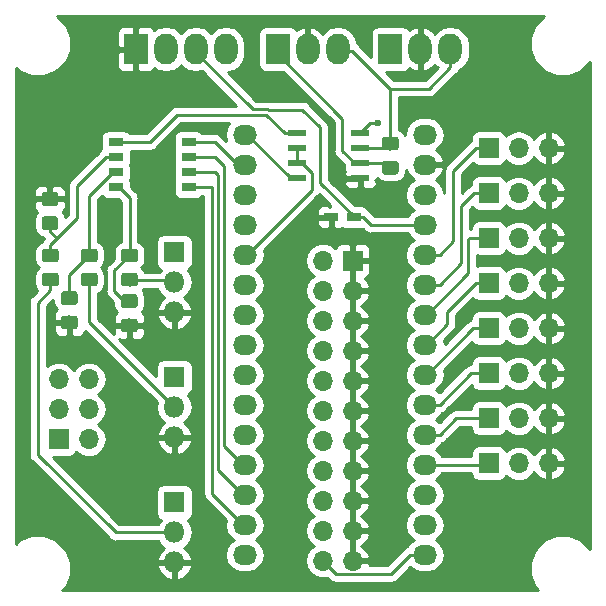
<source format=gtl>
G04 #@! TF.GenerationSoftware,KiCad,Pcbnew,(5.0.0)*
G04 #@! TF.CreationDate,2018-10-06T14:04:22-07:00*
G04 #@! TF.ProjectId,NANO IO,4E414E4F20494F2E6B696361645F7063,-*
G04 #@! TF.SameCoordinates,Original*
G04 #@! TF.FileFunction,Copper,L1,Top,Signal*
G04 #@! TF.FilePolarity,Positive*
%FSLAX46Y46*%
G04 Gerber Fmt 4.6, Leading zero omitted, Abs format (unit mm)*
G04 Created by KiCad (PCBNEW (5.0.0)) date 10/06/18 14:04:22*
%MOMM*%
%LPD*%
G01*
G04 APERTURE LIST*
G04 #@! TA.AperFunction,ComponentPad*
%ADD10R,2.000000X2.600000*%
G04 #@! TD*
G04 #@! TA.AperFunction,ComponentPad*
%ADD11O,2.000000X2.600000*%
G04 #@! TD*
G04 #@! TA.AperFunction,ComponentPad*
%ADD12O,2.032000X1.727200*%
G04 #@! TD*
G04 #@! TA.AperFunction,SMDPad,CuDef*
%ADD13R,1.200000X0.750000*%
G04 #@! TD*
G04 #@! TA.AperFunction,ComponentPad*
%ADD14R,1.800000X1.800000*%
G04 #@! TD*
G04 #@! TA.AperFunction,ComponentPad*
%ADD15O,1.800000X1.800000*%
G04 #@! TD*
G04 #@! TA.AperFunction,SMDPad,CuDef*
%ADD16R,1.550000X0.600000*%
G04 #@! TD*
G04 #@! TA.AperFunction,ComponentPad*
%ADD17R,1.700000X1.700000*%
G04 #@! TD*
G04 #@! TA.AperFunction,ComponentPad*
%ADD18O,1.700000X1.700000*%
G04 #@! TD*
G04 #@! TA.AperFunction,SMDPad,CuDef*
%ADD19R,1.250000X0.760000*%
G04 #@! TD*
G04 #@! TA.AperFunction,Conductor*
%ADD20C,0.100000*%
G04 #@! TD*
G04 #@! TA.AperFunction,SMDPad,CuDef*
%ADD21C,1.150000*%
G04 #@! TD*
G04 #@! TA.AperFunction,ViaPad*
%ADD22C,0.600000*%
G04 #@! TD*
G04 #@! TA.AperFunction,Conductor*
%ADD23C,0.228600*%
G04 #@! TD*
G04 #@! TA.AperFunction,Conductor*
%ADD24C,0.762000*%
G04 #@! TD*
G04 #@! TA.AperFunction,Conductor*
%ADD25C,0.254000*%
G04 #@! TD*
G04 APERTURE END LIST*
D10*
G04 #@! TO.P,J1,1*
G04 #@! TO.N,GND*
X137848737Y-65278000D03*
D11*
G04 #@! TO.P,J1,2*
G04 #@! TO.N,+3V3*
X140388737Y-65278000D03*
G04 #@! TO.P,J1,3*
G04 #@! TO.N,+5V*
X142928737Y-65278000D03*
G04 #@! TO.P,J1,4*
G04 #@! TO.N,+12V*
X145468737Y-65278000D03*
G04 #@! TD*
D12*
G04 #@! TO.P,P1,1*
G04 #@! TO.N,/1(Tx)*
X147066000Y-72517000D03*
G04 #@! TO.P,P1,2*
G04 #@! TO.N,/0(Rx)*
X147066000Y-75057000D03*
G04 #@! TO.P,P1,3*
G04 #@! TO.N,Net-(P1-Pad3)*
X147066000Y-77597000D03*
G04 #@! TO.P,P1,4*
G04 #@! TO.N,GND*
X147066000Y-80137000D03*
G04 #@! TO.P,P1,5*
G04 #@! TO.N,/2*
X147066000Y-82677000D03*
G04 #@! TO.P,P1,6*
G04 #@! TO.N,/3(\002A\002A)*
X147066000Y-85217000D03*
G04 #@! TO.P,P1,7*
G04 #@! TO.N,/4*
X147066000Y-87757000D03*
G04 #@! TO.P,P1,8*
G04 #@! TO.N,/5(\002A\002A)*
X147066000Y-90297000D03*
G04 #@! TO.P,P1,9*
G04 #@! TO.N,/6(\002A\002A)*
X147066000Y-92837000D03*
G04 #@! TO.P,P1,10*
G04 #@! TO.N,/7*
X147066000Y-95377000D03*
G04 #@! TO.P,P1,11*
G04 #@! TO.N,/8*
X147066000Y-97917000D03*
G04 #@! TO.P,P1,12*
G04 #@! TO.N,/9(\002A\002A)*
X147066000Y-100457000D03*
G04 #@! TO.P,P1,13*
G04 #@! TO.N,/10(\002A\002A/SS)*
X147066000Y-102997000D03*
G04 #@! TO.P,P1,14*
G04 #@! TO.N,/11(\002A\002A/MOSI)*
X147066000Y-105537000D03*
G04 #@! TO.P,P1,15*
G04 #@! TO.N,/12(MISO)*
X147066000Y-108077000D03*
G04 #@! TD*
G04 #@! TO.P,P2,1*
G04 #@! TO.N,+12V*
X162306000Y-72517000D03*
G04 #@! TO.P,P2,2*
G04 #@! TO.N,GND*
X162306000Y-75057000D03*
G04 #@! TO.P,P2,3*
G04 #@! TO.N,Net-(P2-Pad3)*
X162306000Y-77597000D03*
G04 #@! TO.P,P2,4*
G04 #@! TO.N,+5V*
X162306000Y-80137000D03*
G04 #@! TO.P,P2,5*
G04 #@! TO.N,/A7*
X162306000Y-82677000D03*
G04 #@! TO.P,P2,6*
G04 #@! TO.N,/A6*
X162306000Y-85217000D03*
G04 #@! TO.P,P2,7*
G04 #@! TO.N,/A5*
X162306000Y-87757000D03*
G04 #@! TO.P,P2,8*
G04 #@! TO.N,/A4*
X162306000Y-90297000D03*
G04 #@! TO.P,P2,9*
G04 #@! TO.N,/A3*
X162306000Y-92837000D03*
G04 #@! TO.P,P2,10*
G04 #@! TO.N,/A2*
X162306000Y-95377000D03*
G04 #@! TO.P,P2,11*
G04 #@! TO.N,/A1*
X162306000Y-97917000D03*
G04 #@! TO.P,P2,12*
G04 #@! TO.N,/A0*
X162306000Y-100457000D03*
G04 #@! TO.P,P2,13*
G04 #@! TO.N,/AREF*
X162306000Y-102997000D03*
G04 #@! TO.P,P2,14*
G04 #@! TO.N,+3V3*
X162306000Y-105537000D03*
G04 #@! TO.P,P2,15*
G04 #@! TO.N,/13(SCK)*
X162306000Y-108077000D03*
G04 #@! TD*
D13*
G04 #@! TO.P,C1,1*
G04 #@! TO.N,+5V*
X156271000Y-79502000D03*
G04 #@! TO.P,C1,2*
G04 #@! TO.N,GND*
X154371000Y-79502000D03*
G04 #@! TD*
D14*
G04 #@! TO.P,Q1,1*
G04 #@! TO.N,Net-(D3-Pad2)*
X141100000Y-103660000D03*
D15*
G04 #@! TO.P,Q1,2*
G04 #@! TO.N,Net-(Q1-Pad2)*
X141100000Y-106200000D03*
G04 #@! TO.P,Q1,3*
G04 #@! TO.N,GND*
X141100000Y-108740000D03*
G04 #@! TD*
D16*
G04 #@! TO.P,U1,1*
G04 #@! TO.N,/RX_ENABLE*
X151445000Y-72390000D03*
G04 #@! TO.P,U1,2*
G04 #@! TO.N,/2*
X151445000Y-73660000D03*
G04 #@! TO.P,U1,3*
X151445000Y-74930000D03*
G04 #@! TO.P,U1,4*
G04 #@! TO.N,/1(Tx)*
X151445000Y-76200000D03*
G04 #@! TO.P,U1,5*
G04 #@! TO.N,GND*
X156845000Y-76200000D03*
G04 #@! TO.P,U1,6*
G04 #@! TO.N,Net-(J2-Pad1)*
X156845000Y-74930000D03*
G04 #@! TO.P,U1,7*
G04 #@! TO.N,Net-(J2-Pad3)*
X156845000Y-73660000D03*
G04 #@! TO.P,U1,8*
G04 #@! TO.N,+5V*
X156845000Y-72390000D03*
G04 #@! TD*
D10*
G04 #@! TO.P,J2,1*
G04 #@! TO.N,Net-(J2-Pad1)*
X149860000Y-65278000D03*
D11*
G04 #@! TO.P,J2,2*
G04 #@! TO.N,GND*
X152400000Y-65278000D03*
G04 #@! TO.P,J2,3*
G04 #@! TO.N,Net-(J2-Pad3)*
X154940000Y-65278000D03*
G04 #@! TD*
D10*
G04 #@! TO.P,J3,1*
G04 #@! TO.N,Net-(J2-Pad1)*
X159385000Y-65278000D03*
D11*
G04 #@! TO.P,J3,2*
G04 #@! TO.N,GND*
X161925000Y-65278000D03*
G04 #@! TO.P,J3,3*
G04 #@! TO.N,Net-(J2-Pad3)*
X164465000Y-65278000D03*
G04 #@! TD*
D17*
G04 #@! TO.P,J4,1*
G04 #@! TO.N,GND*
X156210000Y-83185000D03*
D18*
G04 #@! TO.P,J4,2*
G04 #@! TO.N,/3(\002A\002A)*
X153670000Y-83185000D03*
G04 #@! TO.P,J4,3*
G04 #@! TO.N,GND*
X156210000Y-85725000D03*
G04 #@! TO.P,J4,4*
G04 #@! TO.N,/4*
X153670000Y-85725000D03*
G04 #@! TO.P,J4,5*
G04 #@! TO.N,GND*
X156210000Y-88265000D03*
G04 #@! TO.P,J4,6*
G04 #@! TO.N,/5(\002A\002A)*
X153670000Y-88265000D03*
G04 #@! TO.P,J4,7*
G04 #@! TO.N,GND*
X156210000Y-90805000D03*
G04 #@! TO.P,J4,8*
G04 #@! TO.N,/6(\002A\002A)*
X153670000Y-90805000D03*
G04 #@! TO.P,J4,9*
G04 #@! TO.N,GND*
X156210000Y-93345000D03*
G04 #@! TO.P,J4,10*
G04 #@! TO.N,/7*
X153670000Y-93345000D03*
G04 #@! TO.P,J4,11*
G04 #@! TO.N,GND*
X156210000Y-95885000D03*
G04 #@! TO.P,J4,12*
G04 #@! TO.N,/8*
X153670000Y-95885000D03*
G04 #@! TO.P,J4,13*
G04 #@! TO.N,GND*
X156210000Y-98425000D03*
G04 #@! TO.P,J4,14*
G04 #@! TO.N,/9(\002A\002A)*
X153670000Y-98425000D03*
G04 #@! TO.P,J4,15*
G04 #@! TO.N,GND*
X156210000Y-100965000D03*
G04 #@! TO.P,J4,16*
G04 #@! TO.N,/10(\002A\002A/SS)*
X153670000Y-100965000D03*
G04 #@! TO.P,J4,17*
G04 #@! TO.N,GND*
X156210000Y-103505000D03*
G04 #@! TO.P,J4,18*
G04 #@! TO.N,/11(\002A\002A/MOSI)*
X153670000Y-103505000D03*
G04 #@! TO.P,J4,19*
G04 #@! TO.N,GND*
X156210000Y-106045000D03*
G04 #@! TO.P,J4,20*
G04 #@! TO.N,/12(MISO)*
X153670000Y-106045000D03*
G04 #@! TO.P,J4,21*
G04 #@! TO.N,GND*
X156210000Y-108585000D03*
G04 #@! TO.P,J4,22*
G04 #@! TO.N,/13(SCK)*
X153670000Y-108585000D03*
G04 #@! TD*
D17*
G04 #@! TO.P,J6,1*
G04 #@! TO.N,/A0*
X167720000Y-100329996D03*
D18*
G04 #@! TO.P,J6,2*
G04 #@! TO.N,+5V*
X170260000Y-100329996D03*
G04 #@! TO.P,J6,3*
G04 #@! TO.N,GND*
X172800000Y-100329996D03*
G04 #@! TD*
D17*
G04 #@! TO.P,J7,1*
G04 #@! TO.N,/A1*
X167720000Y-96518568D03*
D18*
G04 #@! TO.P,J7,2*
G04 #@! TO.N,+5V*
X170260000Y-96518568D03*
G04 #@! TO.P,J7,3*
G04 #@! TO.N,GND*
X172800000Y-96518568D03*
G04 #@! TD*
D17*
G04 #@! TO.P,J8,1*
G04 #@! TO.N,/A2*
X167720000Y-92707140D03*
D18*
G04 #@! TO.P,J8,2*
G04 #@! TO.N,+5V*
X170260000Y-92707140D03*
G04 #@! TO.P,J8,3*
G04 #@! TO.N,GND*
X172800000Y-92707140D03*
G04 #@! TD*
D17*
G04 #@! TO.P,J9,1*
G04 #@! TO.N,/A3*
X167720000Y-88895712D03*
D18*
G04 #@! TO.P,J9,2*
G04 #@! TO.N,+5V*
X170260000Y-88895712D03*
G04 #@! TO.P,J9,3*
G04 #@! TO.N,GND*
X172800000Y-88895712D03*
G04 #@! TD*
D17*
G04 #@! TO.P,J10,1*
G04 #@! TO.N,/A4*
X167700000Y-85084284D03*
D18*
G04 #@! TO.P,J10,2*
G04 #@! TO.N,+5V*
X170240000Y-85084284D03*
G04 #@! TO.P,J10,3*
G04 #@! TO.N,GND*
X172780000Y-85084284D03*
G04 #@! TD*
D17*
G04 #@! TO.P,J11,1*
G04 #@! TO.N,/A5*
X167720000Y-81272856D03*
D18*
G04 #@! TO.P,J11,2*
G04 #@! TO.N,+5V*
X170260000Y-81272856D03*
G04 #@! TO.P,J11,3*
G04 #@! TO.N,GND*
X172800000Y-81272856D03*
G04 #@! TD*
D17*
G04 #@! TO.P,J12,1*
G04 #@! TO.N,/A6*
X167700000Y-77461428D03*
D18*
G04 #@! TO.P,J12,2*
G04 #@! TO.N,+5V*
X170240000Y-77461428D03*
G04 #@! TO.P,J12,3*
G04 #@! TO.N,GND*
X172780000Y-77461428D03*
G04 #@! TD*
D17*
G04 #@! TO.P,J13,1*
G04 #@! TO.N,/A7*
X167700000Y-73650000D03*
D18*
G04 #@! TO.P,J13,2*
G04 #@! TO.N,+5V*
X170240000Y-73650000D03*
G04 #@! TO.P,J13,3*
G04 #@! TO.N,GND*
X172780000Y-73650000D03*
G04 #@! TD*
D14*
G04 #@! TO.P,Q2,1*
G04 #@! TO.N,Net-(D2-Pad2)*
X141100000Y-93060000D03*
D15*
G04 #@! TO.P,Q2,2*
G04 #@! TO.N,Net-(Q2-Pad2)*
X141100000Y-95600000D03*
G04 #@! TO.P,Q2,3*
G04 #@! TO.N,GND*
X141100000Y-98140000D03*
G04 #@! TD*
D14*
G04 #@! TO.P,Q3,1*
G04 #@! TO.N,Net-(D1-Pad2)*
X141100000Y-82480000D03*
D15*
G04 #@! TO.P,Q3,2*
G04 #@! TO.N,Net-(Q3-Pad2)*
X141100000Y-85020000D03*
G04 #@! TO.P,Q3,3*
G04 #@! TO.N,GND*
X141100000Y-87560000D03*
G04 #@! TD*
D17*
G04 #@! TO.P,J5,1*
G04 #@! TO.N,+12V*
X131318000Y-98298000D03*
D18*
G04 #@! TO.P,J5,2*
G04 #@! TO.N,Net-(D3-Pad2)*
X133858000Y-98298000D03*
G04 #@! TO.P,J5,3*
G04 #@! TO.N,+12V*
X131318000Y-95758000D03*
G04 #@! TO.P,J5,4*
G04 #@! TO.N,Net-(D2-Pad2)*
X133858000Y-95758000D03*
G04 #@! TO.P,J5,5*
G04 #@! TO.N,+12V*
X131318000Y-93218000D03*
G04 #@! TO.P,J5,6*
G04 #@! TO.N,Net-(D1-Pad2)*
X133858000Y-93218000D03*
G04 #@! TD*
D19*
G04 #@! TO.P,SW1,1*
G04 #@! TO.N,/RX_ENABLE*
X136149000Y-73152000D03*
G04 #@! TO.P,SW1,5*
G04 #@! TO.N,/11(\002A\002A/MOSI)*
X142299000Y-76962000D03*
G04 #@! TO.P,SW1,2*
G04 #@! TO.N,Net-(R2-Pad1)*
X136149000Y-74422000D03*
G04 #@! TO.P,SW1,6*
G04 #@! TO.N,/10(\002A\002A/SS)*
X142299000Y-75692000D03*
G04 #@! TO.P,SW1,3*
G04 #@! TO.N,Net-(R3-Pad1)*
X136149000Y-75692000D03*
G04 #@! TO.P,SW1,7*
G04 #@! TO.N,/9(\002A\002A)*
X142299000Y-74422000D03*
G04 #@! TO.P,SW1,4*
G04 #@! TO.N,Net-(R4-Pad1)*
X136149000Y-76962000D03*
G04 #@! TO.P,SW1,8*
G04 #@! TO.N,/0(Rx)*
X142299000Y-73152000D03*
G04 #@! TD*
D20*
G04 #@! TO.N,Net-(J2-Pad3)*
G04 #@! TO.C,R1*
G36*
X159859505Y-72696204D02*
X159883773Y-72699804D01*
X159907572Y-72705765D01*
X159930671Y-72714030D01*
X159952850Y-72724520D01*
X159973893Y-72737132D01*
X159993599Y-72751747D01*
X160011777Y-72768223D01*
X160028253Y-72786401D01*
X160042868Y-72806107D01*
X160055480Y-72827150D01*
X160065970Y-72849329D01*
X160074235Y-72872428D01*
X160080196Y-72896227D01*
X160083796Y-72920495D01*
X160085000Y-72944999D01*
X160085000Y-73595001D01*
X160083796Y-73619505D01*
X160080196Y-73643773D01*
X160074235Y-73667572D01*
X160065970Y-73690671D01*
X160055480Y-73712850D01*
X160042868Y-73733893D01*
X160028253Y-73753599D01*
X160011777Y-73771777D01*
X159993599Y-73788253D01*
X159973893Y-73802868D01*
X159952850Y-73815480D01*
X159930671Y-73825970D01*
X159907572Y-73834235D01*
X159883773Y-73840196D01*
X159859505Y-73843796D01*
X159835001Y-73845000D01*
X158934999Y-73845000D01*
X158910495Y-73843796D01*
X158886227Y-73840196D01*
X158862428Y-73834235D01*
X158839329Y-73825970D01*
X158817150Y-73815480D01*
X158796107Y-73802868D01*
X158776401Y-73788253D01*
X158758223Y-73771777D01*
X158741747Y-73753599D01*
X158727132Y-73733893D01*
X158714520Y-73712850D01*
X158704030Y-73690671D01*
X158695765Y-73667572D01*
X158689804Y-73643773D01*
X158686204Y-73619505D01*
X158685000Y-73595001D01*
X158685000Y-72944999D01*
X158686204Y-72920495D01*
X158689804Y-72896227D01*
X158695765Y-72872428D01*
X158704030Y-72849329D01*
X158714520Y-72827150D01*
X158727132Y-72806107D01*
X158741747Y-72786401D01*
X158758223Y-72768223D01*
X158776401Y-72751747D01*
X158796107Y-72737132D01*
X158817150Y-72724520D01*
X158839329Y-72714030D01*
X158862428Y-72705765D01*
X158886227Y-72699804D01*
X158910495Y-72696204D01*
X158934999Y-72695000D01*
X159835001Y-72695000D01*
X159859505Y-72696204D01*
X159859505Y-72696204D01*
G37*
D21*
G04 #@! TD*
G04 #@! TO.P,R1,1*
G04 #@! TO.N,Net-(J2-Pad3)*
X159385000Y-73270000D03*
D20*
G04 #@! TO.N,Net-(J2-Pad1)*
G04 #@! TO.C,R1*
G36*
X159859505Y-74746204D02*
X159883773Y-74749804D01*
X159907572Y-74755765D01*
X159930671Y-74764030D01*
X159952850Y-74774520D01*
X159973893Y-74787132D01*
X159993599Y-74801747D01*
X160011777Y-74818223D01*
X160028253Y-74836401D01*
X160042868Y-74856107D01*
X160055480Y-74877150D01*
X160065970Y-74899329D01*
X160074235Y-74922428D01*
X160080196Y-74946227D01*
X160083796Y-74970495D01*
X160085000Y-74994999D01*
X160085000Y-75645001D01*
X160083796Y-75669505D01*
X160080196Y-75693773D01*
X160074235Y-75717572D01*
X160065970Y-75740671D01*
X160055480Y-75762850D01*
X160042868Y-75783893D01*
X160028253Y-75803599D01*
X160011777Y-75821777D01*
X159993599Y-75838253D01*
X159973893Y-75852868D01*
X159952850Y-75865480D01*
X159930671Y-75875970D01*
X159907572Y-75884235D01*
X159883773Y-75890196D01*
X159859505Y-75893796D01*
X159835001Y-75895000D01*
X158934999Y-75895000D01*
X158910495Y-75893796D01*
X158886227Y-75890196D01*
X158862428Y-75884235D01*
X158839329Y-75875970D01*
X158817150Y-75865480D01*
X158796107Y-75852868D01*
X158776401Y-75838253D01*
X158758223Y-75821777D01*
X158741747Y-75803599D01*
X158727132Y-75783893D01*
X158714520Y-75762850D01*
X158704030Y-75740671D01*
X158695765Y-75717572D01*
X158689804Y-75693773D01*
X158686204Y-75669505D01*
X158685000Y-75645001D01*
X158685000Y-74994999D01*
X158686204Y-74970495D01*
X158689804Y-74946227D01*
X158695765Y-74922428D01*
X158704030Y-74899329D01*
X158714520Y-74877150D01*
X158727132Y-74856107D01*
X158741747Y-74836401D01*
X158758223Y-74818223D01*
X158776401Y-74801747D01*
X158796107Y-74787132D01*
X158817150Y-74774520D01*
X158839329Y-74764030D01*
X158862428Y-74755765D01*
X158886227Y-74749804D01*
X158910495Y-74746204D01*
X158934999Y-74745000D01*
X159835001Y-74745000D01*
X159859505Y-74746204D01*
X159859505Y-74746204D01*
G37*
D21*
G04 #@! TD*
G04 #@! TO.P,R1,2*
G04 #@! TO.N,Net-(J2-Pad1)*
X159385000Y-75320000D03*
D20*
G04 #@! TO.N,Net-(Q1-Pad2)*
G04 #@! TO.C,R2*
G36*
X131074505Y-84211204D02*
X131098773Y-84214804D01*
X131122572Y-84220765D01*
X131145671Y-84229030D01*
X131167850Y-84239520D01*
X131188893Y-84252132D01*
X131208599Y-84266747D01*
X131226777Y-84283223D01*
X131243253Y-84301401D01*
X131257868Y-84321107D01*
X131270480Y-84342150D01*
X131280970Y-84364329D01*
X131289235Y-84387428D01*
X131295196Y-84411227D01*
X131298796Y-84435495D01*
X131300000Y-84459999D01*
X131300000Y-85110001D01*
X131298796Y-85134505D01*
X131295196Y-85158773D01*
X131289235Y-85182572D01*
X131280970Y-85205671D01*
X131270480Y-85227850D01*
X131257868Y-85248893D01*
X131243253Y-85268599D01*
X131226777Y-85286777D01*
X131208599Y-85303253D01*
X131188893Y-85317868D01*
X131167850Y-85330480D01*
X131145671Y-85340970D01*
X131122572Y-85349235D01*
X131098773Y-85355196D01*
X131074505Y-85358796D01*
X131050001Y-85360000D01*
X130149999Y-85360000D01*
X130125495Y-85358796D01*
X130101227Y-85355196D01*
X130077428Y-85349235D01*
X130054329Y-85340970D01*
X130032150Y-85330480D01*
X130011107Y-85317868D01*
X129991401Y-85303253D01*
X129973223Y-85286777D01*
X129956747Y-85268599D01*
X129942132Y-85248893D01*
X129929520Y-85227850D01*
X129919030Y-85205671D01*
X129910765Y-85182572D01*
X129904804Y-85158773D01*
X129901204Y-85134505D01*
X129900000Y-85110001D01*
X129900000Y-84459999D01*
X129901204Y-84435495D01*
X129904804Y-84411227D01*
X129910765Y-84387428D01*
X129919030Y-84364329D01*
X129929520Y-84342150D01*
X129942132Y-84321107D01*
X129956747Y-84301401D01*
X129973223Y-84283223D01*
X129991401Y-84266747D01*
X130011107Y-84252132D01*
X130032150Y-84239520D01*
X130054329Y-84229030D01*
X130077428Y-84220765D01*
X130101227Y-84214804D01*
X130125495Y-84211204D01*
X130149999Y-84210000D01*
X131050001Y-84210000D01*
X131074505Y-84211204D01*
X131074505Y-84211204D01*
G37*
D21*
G04 #@! TD*
G04 #@! TO.P,R2,2*
G04 #@! TO.N,Net-(Q1-Pad2)*
X130600000Y-84785000D03*
D20*
G04 #@! TO.N,Net-(R2-Pad1)*
G04 #@! TO.C,R2*
G36*
X131074505Y-82161204D02*
X131098773Y-82164804D01*
X131122572Y-82170765D01*
X131145671Y-82179030D01*
X131167850Y-82189520D01*
X131188893Y-82202132D01*
X131208599Y-82216747D01*
X131226777Y-82233223D01*
X131243253Y-82251401D01*
X131257868Y-82271107D01*
X131270480Y-82292150D01*
X131280970Y-82314329D01*
X131289235Y-82337428D01*
X131295196Y-82361227D01*
X131298796Y-82385495D01*
X131300000Y-82409999D01*
X131300000Y-83060001D01*
X131298796Y-83084505D01*
X131295196Y-83108773D01*
X131289235Y-83132572D01*
X131280970Y-83155671D01*
X131270480Y-83177850D01*
X131257868Y-83198893D01*
X131243253Y-83218599D01*
X131226777Y-83236777D01*
X131208599Y-83253253D01*
X131188893Y-83267868D01*
X131167850Y-83280480D01*
X131145671Y-83290970D01*
X131122572Y-83299235D01*
X131098773Y-83305196D01*
X131074505Y-83308796D01*
X131050001Y-83310000D01*
X130149999Y-83310000D01*
X130125495Y-83308796D01*
X130101227Y-83305196D01*
X130077428Y-83299235D01*
X130054329Y-83290970D01*
X130032150Y-83280480D01*
X130011107Y-83267868D01*
X129991401Y-83253253D01*
X129973223Y-83236777D01*
X129956747Y-83218599D01*
X129942132Y-83198893D01*
X129929520Y-83177850D01*
X129919030Y-83155671D01*
X129910765Y-83132572D01*
X129904804Y-83108773D01*
X129901204Y-83084505D01*
X129900000Y-83060001D01*
X129900000Y-82409999D01*
X129901204Y-82385495D01*
X129904804Y-82361227D01*
X129910765Y-82337428D01*
X129919030Y-82314329D01*
X129929520Y-82292150D01*
X129942132Y-82271107D01*
X129956747Y-82251401D01*
X129973223Y-82233223D01*
X129991401Y-82216747D01*
X130011107Y-82202132D01*
X130032150Y-82189520D01*
X130054329Y-82179030D01*
X130077428Y-82170765D01*
X130101227Y-82164804D01*
X130125495Y-82161204D01*
X130149999Y-82160000D01*
X131050001Y-82160000D01*
X131074505Y-82161204D01*
X131074505Y-82161204D01*
G37*
D21*
G04 #@! TD*
G04 #@! TO.P,R2,1*
G04 #@! TO.N,Net-(R2-Pad1)*
X130600000Y-82735000D03*
D20*
G04 #@! TO.N,Net-(R3-Pad1)*
G04 #@! TO.C,R3*
G36*
X134374505Y-82161204D02*
X134398773Y-82164804D01*
X134422572Y-82170765D01*
X134445671Y-82179030D01*
X134467850Y-82189520D01*
X134488893Y-82202132D01*
X134508599Y-82216747D01*
X134526777Y-82233223D01*
X134543253Y-82251401D01*
X134557868Y-82271107D01*
X134570480Y-82292150D01*
X134580970Y-82314329D01*
X134589235Y-82337428D01*
X134595196Y-82361227D01*
X134598796Y-82385495D01*
X134600000Y-82409999D01*
X134600000Y-83060001D01*
X134598796Y-83084505D01*
X134595196Y-83108773D01*
X134589235Y-83132572D01*
X134580970Y-83155671D01*
X134570480Y-83177850D01*
X134557868Y-83198893D01*
X134543253Y-83218599D01*
X134526777Y-83236777D01*
X134508599Y-83253253D01*
X134488893Y-83267868D01*
X134467850Y-83280480D01*
X134445671Y-83290970D01*
X134422572Y-83299235D01*
X134398773Y-83305196D01*
X134374505Y-83308796D01*
X134350001Y-83310000D01*
X133449999Y-83310000D01*
X133425495Y-83308796D01*
X133401227Y-83305196D01*
X133377428Y-83299235D01*
X133354329Y-83290970D01*
X133332150Y-83280480D01*
X133311107Y-83267868D01*
X133291401Y-83253253D01*
X133273223Y-83236777D01*
X133256747Y-83218599D01*
X133242132Y-83198893D01*
X133229520Y-83177850D01*
X133219030Y-83155671D01*
X133210765Y-83132572D01*
X133204804Y-83108773D01*
X133201204Y-83084505D01*
X133200000Y-83060001D01*
X133200000Y-82409999D01*
X133201204Y-82385495D01*
X133204804Y-82361227D01*
X133210765Y-82337428D01*
X133219030Y-82314329D01*
X133229520Y-82292150D01*
X133242132Y-82271107D01*
X133256747Y-82251401D01*
X133273223Y-82233223D01*
X133291401Y-82216747D01*
X133311107Y-82202132D01*
X133332150Y-82189520D01*
X133354329Y-82179030D01*
X133377428Y-82170765D01*
X133401227Y-82164804D01*
X133425495Y-82161204D01*
X133449999Y-82160000D01*
X134350001Y-82160000D01*
X134374505Y-82161204D01*
X134374505Y-82161204D01*
G37*
D21*
G04 #@! TD*
G04 #@! TO.P,R3,1*
G04 #@! TO.N,Net-(R3-Pad1)*
X133900000Y-82735000D03*
D20*
G04 #@! TO.N,Net-(Q2-Pad2)*
G04 #@! TO.C,R3*
G36*
X134374505Y-84211204D02*
X134398773Y-84214804D01*
X134422572Y-84220765D01*
X134445671Y-84229030D01*
X134467850Y-84239520D01*
X134488893Y-84252132D01*
X134508599Y-84266747D01*
X134526777Y-84283223D01*
X134543253Y-84301401D01*
X134557868Y-84321107D01*
X134570480Y-84342150D01*
X134580970Y-84364329D01*
X134589235Y-84387428D01*
X134595196Y-84411227D01*
X134598796Y-84435495D01*
X134600000Y-84459999D01*
X134600000Y-85110001D01*
X134598796Y-85134505D01*
X134595196Y-85158773D01*
X134589235Y-85182572D01*
X134580970Y-85205671D01*
X134570480Y-85227850D01*
X134557868Y-85248893D01*
X134543253Y-85268599D01*
X134526777Y-85286777D01*
X134508599Y-85303253D01*
X134488893Y-85317868D01*
X134467850Y-85330480D01*
X134445671Y-85340970D01*
X134422572Y-85349235D01*
X134398773Y-85355196D01*
X134374505Y-85358796D01*
X134350001Y-85360000D01*
X133449999Y-85360000D01*
X133425495Y-85358796D01*
X133401227Y-85355196D01*
X133377428Y-85349235D01*
X133354329Y-85340970D01*
X133332150Y-85330480D01*
X133311107Y-85317868D01*
X133291401Y-85303253D01*
X133273223Y-85286777D01*
X133256747Y-85268599D01*
X133242132Y-85248893D01*
X133229520Y-85227850D01*
X133219030Y-85205671D01*
X133210765Y-85182572D01*
X133204804Y-85158773D01*
X133201204Y-85134505D01*
X133200000Y-85110001D01*
X133200000Y-84459999D01*
X133201204Y-84435495D01*
X133204804Y-84411227D01*
X133210765Y-84387428D01*
X133219030Y-84364329D01*
X133229520Y-84342150D01*
X133242132Y-84321107D01*
X133256747Y-84301401D01*
X133273223Y-84283223D01*
X133291401Y-84266747D01*
X133311107Y-84252132D01*
X133332150Y-84239520D01*
X133354329Y-84229030D01*
X133377428Y-84220765D01*
X133401227Y-84214804D01*
X133425495Y-84211204D01*
X133449999Y-84210000D01*
X134350001Y-84210000D01*
X134374505Y-84211204D01*
X134374505Y-84211204D01*
G37*
D21*
G04 #@! TD*
G04 #@! TO.P,R3,2*
G04 #@! TO.N,Net-(Q2-Pad2)*
X133900000Y-84785000D03*
D20*
G04 #@! TO.N,Net-(Q3-Pad2)*
G04 #@! TO.C,R4*
G36*
X137774505Y-84211204D02*
X137798773Y-84214804D01*
X137822572Y-84220765D01*
X137845671Y-84229030D01*
X137867850Y-84239520D01*
X137888893Y-84252132D01*
X137908599Y-84266747D01*
X137926777Y-84283223D01*
X137943253Y-84301401D01*
X137957868Y-84321107D01*
X137970480Y-84342150D01*
X137980970Y-84364329D01*
X137989235Y-84387428D01*
X137995196Y-84411227D01*
X137998796Y-84435495D01*
X138000000Y-84459999D01*
X138000000Y-85110001D01*
X137998796Y-85134505D01*
X137995196Y-85158773D01*
X137989235Y-85182572D01*
X137980970Y-85205671D01*
X137970480Y-85227850D01*
X137957868Y-85248893D01*
X137943253Y-85268599D01*
X137926777Y-85286777D01*
X137908599Y-85303253D01*
X137888893Y-85317868D01*
X137867850Y-85330480D01*
X137845671Y-85340970D01*
X137822572Y-85349235D01*
X137798773Y-85355196D01*
X137774505Y-85358796D01*
X137750001Y-85360000D01*
X136849999Y-85360000D01*
X136825495Y-85358796D01*
X136801227Y-85355196D01*
X136777428Y-85349235D01*
X136754329Y-85340970D01*
X136732150Y-85330480D01*
X136711107Y-85317868D01*
X136691401Y-85303253D01*
X136673223Y-85286777D01*
X136656747Y-85268599D01*
X136642132Y-85248893D01*
X136629520Y-85227850D01*
X136619030Y-85205671D01*
X136610765Y-85182572D01*
X136604804Y-85158773D01*
X136601204Y-85134505D01*
X136600000Y-85110001D01*
X136600000Y-84459999D01*
X136601204Y-84435495D01*
X136604804Y-84411227D01*
X136610765Y-84387428D01*
X136619030Y-84364329D01*
X136629520Y-84342150D01*
X136642132Y-84321107D01*
X136656747Y-84301401D01*
X136673223Y-84283223D01*
X136691401Y-84266747D01*
X136711107Y-84252132D01*
X136732150Y-84239520D01*
X136754329Y-84229030D01*
X136777428Y-84220765D01*
X136801227Y-84214804D01*
X136825495Y-84211204D01*
X136849999Y-84210000D01*
X137750001Y-84210000D01*
X137774505Y-84211204D01*
X137774505Y-84211204D01*
G37*
D21*
G04 #@! TD*
G04 #@! TO.P,R4,2*
G04 #@! TO.N,Net-(Q3-Pad2)*
X137300000Y-84785000D03*
D20*
G04 #@! TO.N,Net-(R4-Pad1)*
G04 #@! TO.C,R4*
G36*
X137774505Y-82161204D02*
X137798773Y-82164804D01*
X137822572Y-82170765D01*
X137845671Y-82179030D01*
X137867850Y-82189520D01*
X137888893Y-82202132D01*
X137908599Y-82216747D01*
X137926777Y-82233223D01*
X137943253Y-82251401D01*
X137957868Y-82271107D01*
X137970480Y-82292150D01*
X137980970Y-82314329D01*
X137989235Y-82337428D01*
X137995196Y-82361227D01*
X137998796Y-82385495D01*
X138000000Y-82409999D01*
X138000000Y-83060001D01*
X137998796Y-83084505D01*
X137995196Y-83108773D01*
X137989235Y-83132572D01*
X137980970Y-83155671D01*
X137970480Y-83177850D01*
X137957868Y-83198893D01*
X137943253Y-83218599D01*
X137926777Y-83236777D01*
X137908599Y-83253253D01*
X137888893Y-83267868D01*
X137867850Y-83280480D01*
X137845671Y-83290970D01*
X137822572Y-83299235D01*
X137798773Y-83305196D01*
X137774505Y-83308796D01*
X137750001Y-83310000D01*
X136849999Y-83310000D01*
X136825495Y-83308796D01*
X136801227Y-83305196D01*
X136777428Y-83299235D01*
X136754329Y-83290970D01*
X136732150Y-83280480D01*
X136711107Y-83267868D01*
X136691401Y-83253253D01*
X136673223Y-83236777D01*
X136656747Y-83218599D01*
X136642132Y-83198893D01*
X136629520Y-83177850D01*
X136619030Y-83155671D01*
X136610765Y-83132572D01*
X136604804Y-83108773D01*
X136601204Y-83084505D01*
X136600000Y-83060001D01*
X136600000Y-82409999D01*
X136601204Y-82385495D01*
X136604804Y-82361227D01*
X136610765Y-82337428D01*
X136619030Y-82314329D01*
X136629520Y-82292150D01*
X136642132Y-82271107D01*
X136656747Y-82251401D01*
X136673223Y-82233223D01*
X136691401Y-82216747D01*
X136711107Y-82202132D01*
X136732150Y-82189520D01*
X136754329Y-82179030D01*
X136777428Y-82170765D01*
X136801227Y-82164804D01*
X136825495Y-82161204D01*
X136849999Y-82160000D01*
X137750001Y-82160000D01*
X137774505Y-82161204D01*
X137774505Y-82161204D01*
G37*
D21*
G04 #@! TD*
G04 #@! TO.P,R4,1*
G04 #@! TO.N,Net-(R4-Pad1)*
X137300000Y-82735000D03*
D20*
G04 #@! TO.N,GND*
G04 #@! TO.C,R5*
G36*
X131030505Y-77386204D02*
X131054773Y-77389804D01*
X131078572Y-77395765D01*
X131101671Y-77404030D01*
X131123850Y-77414520D01*
X131144893Y-77427132D01*
X131164599Y-77441747D01*
X131182777Y-77458223D01*
X131199253Y-77476401D01*
X131213868Y-77496107D01*
X131226480Y-77517150D01*
X131236970Y-77539329D01*
X131245235Y-77562428D01*
X131251196Y-77586227D01*
X131254796Y-77610495D01*
X131256000Y-77634999D01*
X131256000Y-78285001D01*
X131254796Y-78309505D01*
X131251196Y-78333773D01*
X131245235Y-78357572D01*
X131236970Y-78380671D01*
X131226480Y-78402850D01*
X131213868Y-78423893D01*
X131199253Y-78443599D01*
X131182777Y-78461777D01*
X131164599Y-78478253D01*
X131144893Y-78492868D01*
X131123850Y-78505480D01*
X131101671Y-78515970D01*
X131078572Y-78524235D01*
X131054773Y-78530196D01*
X131030505Y-78533796D01*
X131006001Y-78535000D01*
X130105999Y-78535000D01*
X130081495Y-78533796D01*
X130057227Y-78530196D01*
X130033428Y-78524235D01*
X130010329Y-78515970D01*
X129988150Y-78505480D01*
X129967107Y-78492868D01*
X129947401Y-78478253D01*
X129929223Y-78461777D01*
X129912747Y-78443599D01*
X129898132Y-78423893D01*
X129885520Y-78402850D01*
X129875030Y-78380671D01*
X129866765Y-78357572D01*
X129860804Y-78333773D01*
X129857204Y-78309505D01*
X129856000Y-78285001D01*
X129856000Y-77634999D01*
X129857204Y-77610495D01*
X129860804Y-77586227D01*
X129866765Y-77562428D01*
X129875030Y-77539329D01*
X129885520Y-77517150D01*
X129898132Y-77496107D01*
X129912747Y-77476401D01*
X129929223Y-77458223D01*
X129947401Y-77441747D01*
X129967107Y-77427132D01*
X129988150Y-77414520D01*
X130010329Y-77404030D01*
X130033428Y-77395765D01*
X130057227Y-77389804D01*
X130081495Y-77386204D01*
X130105999Y-77385000D01*
X131006001Y-77385000D01*
X131030505Y-77386204D01*
X131030505Y-77386204D01*
G37*
D21*
G04 #@! TD*
G04 #@! TO.P,R5,1*
G04 #@! TO.N,GND*
X130556000Y-77960000D03*
D20*
G04 #@! TO.N,Net-(R2-Pad1)*
G04 #@! TO.C,R5*
G36*
X131030505Y-79436204D02*
X131054773Y-79439804D01*
X131078572Y-79445765D01*
X131101671Y-79454030D01*
X131123850Y-79464520D01*
X131144893Y-79477132D01*
X131164599Y-79491747D01*
X131182777Y-79508223D01*
X131199253Y-79526401D01*
X131213868Y-79546107D01*
X131226480Y-79567150D01*
X131236970Y-79589329D01*
X131245235Y-79612428D01*
X131251196Y-79636227D01*
X131254796Y-79660495D01*
X131256000Y-79684999D01*
X131256000Y-80335001D01*
X131254796Y-80359505D01*
X131251196Y-80383773D01*
X131245235Y-80407572D01*
X131236970Y-80430671D01*
X131226480Y-80452850D01*
X131213868Y-80473893D01*
X131199253Y-80493599D01*
X131182777Y-80511777D01*
X131164599Y-80528253D01*
X131144893Y-80542868D01*
X131123850Y-80555480D01*
X131101671Y-80565970D01*
X131078572Y-80574235D01*
X131054773Y-80580196D01*
X131030505Y-80583796D01*
X131006001Y-80585000D01*
X130105999Y-80585000D01*
X130081495Y-80583796D01*
X130057227Y-80580196D01*
X130033428Y-80574235D01*
X130010329Y-80565970D01*
X129988150Y-80555480D01*
X129967107Y-80542868D01*
X129947401Y-80528253D01*
X129929223Y-80511777D01*
X129912747Y-80493599D01*
X129898132Y-80473893D01*
X129885520Y-80452850D01*
X129875030Y-80430671D01*
X129866765Y-80407572D01*
X129860804Y-80383773D01*
X129857204Y-80359505D01*
X129856000Y-80335001D01*
X129856000Y-79684999D01*
X129857204Y-79660495D01*
X129860804Y-79636227D01*
X129866765Y-79612428D01*
X129875030Y-79589329D01*
X129885520Y-79567150D01*
X129898132Y-79546107D01*
X129912747Y-79526401D01*
X129929223Y-79508223D01*
X129947401Y-79491747D01*
X129967107Y-79477132D01*
X129988150Y-79464520D01*
X130010329Y-79454030D01*
X130033428Y-79445765D01*
X130057227Y-79439804D01*
X130081495Y-79436204D01*
X130105999Y-79435000D01*
X131006001Y-79435000D01*
X131030505Y-79436204D01*
X131030505Y-79436204D01*
G37*
D21*
G04 #@! TD*
G04 #@! TO.P,R5,2*
G04 #@! TO.N,Net-(R2-Pad1)*
X130556000Y-80010000D03*
D20*
G04 #@! TO.N,Net-(R3-Pad1)*
G04 #@! TO.C,R6*
G36*
X132681505Y-85786204D02*
X132705773Y-85789804D01*
X132729572Y-85795765D01*
X132752671Y-85804030D01*
X132774850Y-85814520D01*
X132795893Y-85827132D01*
X132815599Y-85841747D01*
X132833777Y-85858223D01*
X132850253Y-85876401D01*
X132864868Y-85896107D01*
X132877480Y-85917150D01*
X132887970Y-85939329D01*
X132896235Y-85962428D01*
X132902196Y-85986227D01*
X132905796Y-86010495D01*
X132907000Y-86034999D01*
X132907000Y-86685001D01*
X132905796Y-86709505D01*
X132902196Y-86733773D01*
X132896235Y-86757572D01*
X132887970Y-86780671D01*
X132877480Y-86802850D01*
X132864868Y-86823893D01*
X132850253Y-86843599D01*
X132833777Y-86861777D01*
X132815599Y-86878253D01*
X132795893Y-86892868D01*
X132774850Y-86905480D01*
X132752671Y-86915970D01*
X132729572Y-86924235D01*
X132705773Y-86930196D01*
X132681505Y-86933796D01*
X132657001Y-86935000D01*
X131756999Y-86935000D01*
X131732495Y-86933796D01*
X131708227Y-86930196D01*
X131684428Y-86924235D01*
X131661329Y-86915970D01*
X131639150Y-86905480D01*
X131618107Y-86892868D01*
X131598401Y-86878253D01*
X131580223Y-86861777D01*
X131563747Y-86843599D01*
X131549132Y-86823893D01*
X131536520Y-86802850D01*
X131526030Y-86780671D01*
X131517765Y-86757572D01*
X131511804Y-86733773D01*
X131508204Y-86709505D01*
X131507000Y-86685001D01*
X131507000Y-86034999D01*
X131508204Y-86010495D01*
X131511804Y-85986227D01*
X131517765Y-85962428D01*
X131526030Y-85939329D01*
X131536520Y-85917150D01*
X131549132Y-85896107D01*
X131563747Y-85876401D01*
X131580223Y-85858223D01*
X131598401Y-85841747D01*
X131618107Y-85827132D01*
X131639150Y-85814520D01*
X131661329Y-85804030D01*
X131684428Y-85795765D01*
X131708227Y-85789804D01*
X131732495Y-85786204D01*
X131756999Y-85785000D01*
X132657001Y-85785000D01*
X132681505Y-85786204D01*
X132681505Y-85786204D01*
G37*
D21*
G04 #@! TD*
G04 #@! TO.P,R6,2*
G04 #@! TO.N,Net-(R3-Pad1)*
X132207000Y-86360000D03*
D20*
G04 #@! TO.N,GND*
G04 #@! TO.C,R6*
G36*
X132681505Y-87836204D02*
X132705773Y-87839804D01*
X132729572Y-87845765D01*
X132752671Y-87854030D01*
X132774850Y-87864520D01*
X132795893Y-87877132D01*
X132815599Y-87891747D01*
X132833777Y-87908223D01*
X132850253Y-87926401D01*
X132864868Y-87946107D01*
X132877480Y-87967150D01*
X132887970Y-87989329D01*
X132896235Y-88012428D01*
X132902196Y-88036227D01*
X132905796Y-88060495D01*
X132907000Y-88084999D01*
X132907000Y-88735001D01*
X132905796Y-88759505D01*
X132902196Y-88783773D01*
X132896235Y-88807572D01*
X132887970Y-88830671D01*
X132877480Y-88852850D01*
X132864868Y-88873893D01*
X132850253Y-88893599D01*
X132833777Y-88911777D01*
X132815599Y-88928253D01*
X132795893Y-88942868D01*
X132774850Y-88955480D01*
X132752671Y-88965970D01*
X132729572Y-88974235D01*
X132705773Y-88980196D01*
X132681505Y-88983796D01*
X132657001Y-88985000D01*
X131756999Y-88985000D01*
X131732495Y-88983796D01*
X131708227Y-88980196D01*
X131684428Y-88974235D01*
X131661329Y-88965970D01*
X131639150Y-88955480D01*
X131618107Y-88942868D01*
X131598401Y-88928253D01*
X131580223Y-88911777D01*
X131563747Y-88893599D01*
X131549132Y-88873893D01*
X131536520Y-88852850D01*
X131526030Y-88830671D01*
X131517765Y-88807572D01*
X131511804Y-88783773D01*
X131508204Y-88759505D01*
X131507000Y-88735001D01*
X131507000Y-88084999D01*
X131508204Y-88060495D01*
X131511804Y-88036227D01*
X131517765Y-88012428D01*
X131526030Y-87989329D01*
X131536520Y-87967150D01*
X131549132Y-87946107D01*
X131563747Y-87926401D01*
X131580223Y-87908223D01*
X131598401Y-87891747D01*
X131618107Y-87877132D01*
X131639150Y-87864520D01*
X131661329Y-87854030D01*
X131684428Y-87845765D01*
X131708227Y-87839804D01*
X131732495Y-87836204D01*
X131756999Y-87835000D01*
X132657001Y-87835000D01*
X132681505Y-87836204D01*
X132681505Y-87836204D01*
G37*
D21*
G04 #@! TD*
G04 #@! TO.P,R6,1*
G04 #@! TO.N,GND*
X132207000Y-88410000D03*
D20*
G04 #@! TO.N,GND*
G04 #@! TO.C,R7*
G36*
X137761505Y-88090204D02*
X137785773Y-88093804D01*
X137809572Y-88099765D01*
X137832671Y-88108030D01*
X137854850Y-88118520D01*
X137875893Y-88131132D01*
X137895599Y-88145747D01*
X137913777Y-88162223D01*
X137930253Y-88180401D01*
X137944868Y-88200107D01*
X137957480Y-88221150D01*
X137967970Y-88243329D01*
X137976235Y-88266428D01*
X137982196Y-88290227D01*
X137985796Y-88314495D01*
X137987000Y-88338999D01*
X137987000Y-88989001D01*
X137985796Y-89013505D01*
X137982196Y-89037773D01*
X137976235Y-89061572D01*
X137967970Y-89084671D01*
X137957480Y-89106850D01*
X137944868Y-89127893D01*
X137930253Y-89147599D01*
X137913777Y-89165777D01*
X137895599Y-89182253D01*
X137875893Y-89196868D01*
X137854850Y-89209480D01*
X137832671Y-89219970D01*
X137809572Y-89228235D01*
X137785773Y-89234196D01*
X137761505Y-89237796D01*
X137737001Y-89239000D01*
X136836999Y-89239000D01*
X136812495Y-89237796D01*
X136788227Y-89234196D01*
X136764428Y-89228235D01*
X136741329Y-89219970D01*
X136719150Y-89209480D01*
X136698107Y-89196868D01*
X136678401Y-89182253D01*
X136660223Y-89165777D01*
X136643747Y-89147599D01*
X136629132Y-89127893D01*
X136616520Y-89106850D01*
X136606030Y-89084671D01*
X136597765Y-89061572D01*
X136591804Y-89037773D01*
X136588204Y-89013505D01*
X136587000Y-88989001D01*
X136587000Y-88338999D01*
X136588204Y-88314495D01*
X136591804Y-88290227D01*
X136597765Y-88266428D01*
X136606030Y-88243329D01*
X136616520Y-88221150D01*
X136629132Y-88200107D01*
X136643747Y-88180401D01*
X136660223Y-88162223D01*
X136678401Y-88145747D01*
X136698107Y-88131132D01*
X136719150Y-88118520D01*
X136741329Y-88108030D01*
X136764428Y-88099765D01*
X136788227Y-88093804D01*
X136812495Y-88090204D01*
X136836999Y-88089000D01*
X137737001Y-88089000D01*
X137761505Y-88090204D01*
X137761505Y-88090204D01*
G37*
D21*
G04 #@! TD*
G04 #@! TO.P,R7,1*
G04 #@! TO.N,GND*
X137287000Y-88664000D03*
D20*
G04 #@! TO.N,Net-(R4-Pad1)*
G04 #@! TO.C,R7*
G36*
X137761505Y-86040204D02*
X137785773Y-86043804D01*
X137809572Y-86049765D01*
X137832671Y-86058030D01*
X137854850Y-86068520D01*
X137875893Y-86081132D01*
X137895599Y-86095747D01*
X137913777Y-86112223D01*
X137930253Y-86130401D01*
X137944868Y-86150107D01*
X137957480Y-86171150D01*
X137967970Y-86193329D01*
X137976235Y-86216428D01*
X137982196Y-86240227D01*
X137985796Y-86264495D01*
X137987000Y-86288999D01*
X137987000Y-86939001D01*
X137985796Y-86963505D01*
X137982196Y-86987773D01*
X137976235Y-87011572D01*
X137967970Y-87034671D01*
X137957480Y-87056850D01*
X137944868Y-87077893D01*
X137930253Y-87097599D01*
X137913777Y-87115777D01*
X137895599Y-87132253D01*
X137875893Y-87146868D01*
X137854850Y-87159480D01*
X137832671Y-87169970D01*
X137809572Y-87178235D01*
X137785773Y-87184196D01*
X137761505Y-87187796D01*
X137737001Y-87189000D01*
X136836999Y-87189000D01*
X136812495Y-87187796D01*
X136788227Y-87184196D01*
X136764428Y-87178235D01*
X136741329Y-87169970D01*
X136719150Y-87159480D01*
X136698107Y-87146868D01*
X136678401Y-87132253D01*
X136660223Y-87115777D01*
X136643747Y-87097599D01*
X136629132Y-87077893D01*
X136616520Y-87056850D01*
X136606030Y-87034671D01*
X136597765Y-87011572D01*
X136591804Y-86987773D01*
X136588204Y-86963505D01*
X136587000Y-86939001D01*
X136587000Y-86288999D01*
X136588204Y-86264495D01*
X136591804Y-86240227D01*
X136597765Y-86216428D01*
X136606030Y-86193329D01*
X136616520Y-86171150D01*
X136629132Y-86150107D01*
X136643747Y-86130401D01*
X136660223Y-86112223D01*
X136678401Y-86095747D01*
X136698107Y-86081132D01*
X136719150Y-86068520D01*
X136741329Y-86058030D01*
X136764428Y-86049765D01*
X136788227Y-86043804D01*
X136812495Y-86040204D01*
X136836999Y-86039000D01*
X137737001Y-86039000D01*
X137761505Y-86040204D01*
X137761505Y-86040204D01*
G37*
D21*
G04 #@! TD*
G04 #@! TO.P,R7,2*
G04 #@! TO.N,Net-(R4-Pad1)*
X137287000Y-86614000D03*
D22*
G04 #@! TO.N,+5V*
X158300000Y-71560000D03*
G04 #@! TD*
D23*
G04 #@! TO.N,/1(Tx)*
X147066000Y-72517000D02*
X147287000Y-72517000D01*
X150970000Y-76200000D02*
X151445000Y-76200000D01*
X147287000Y-72517000D02*
X150970000Y-76200000D01*
G04 #@! TO.N,/0(Rx)*
X144299000Y-73152000D02*
X142299000Y-73152000D01*
X147066000Y-75057000D02*
X146449000Y-75057000D01*
X144544000Y-73152000D02*
X144299000Y-73152000D01*
X146449000Y-75057000D02*
X144544000Y-73152000D01*
X146913600Y-75057000D02*
X147066000Y-75057000D01*
G04 #@! TO.N,GND*
X159385000Y-78105000D02*
X159610000Y-78105000D01*
X162306000Y-75409000D02*
X162306000Y-75057000D01*
G04 #@! TO.N,/2*
X151445000Y-73660000D02*
X151445000Y-74930000D01*
X151920000Y-74930000D02*
X152730189Y-75740189D01*
X152730189Y-75740189D02*
X152730189Y-77165211D01*
X152730189Y-77165211D02*
X147218400Y-82677000D01*
X151445000Y-74930000D02*
X151920000Y-74930000D01*
X147218400Y-82677000D02*
X147066000Y-82677000D01*
G04 #@! TO.N,/9(\002A\002A)*
X142299000Y-74422000D02*
X144544000Y-74422000D01*
X144544000Y-74422000D02*
X145320504Y-75198504D01*
X145320504Y-75198504D02*
X145320504Y-98863904D01*
X145320504Y-98863904D02*
X146913600Y-100457000D01*
X146913600Y-100457000D02*
X147066000Y-100457000D01*
G04 #@! TO.N,/10(\002A\002A/SS)*
X144544000Y-75692000D02*
X144822223Y-75970223D01*
X144822223Y-100905623D02*
X146913600Y-102997000D01*
X142299000Y-75692000D02*
X144544000Y-75692000D01*
X144822223Y-75970223D02*
X144822223Y-100905623D01*
X146913600Y-102997000D02*
X147066000Y-102997000D01*
G04 #@! TO.N,+5V*
X158300000Y-71560000D02*
X157675000Y-71560000D01*
X157675000Y-71560000D02*
X156845000Y-72390000D01*
X156845000Y-72390000D02*
X157320000Y-72390000D01*
X161061400Y-80137000D02*
X162306000Y-80137000D01*
X157734600Y-80137000D02*
X161061400Y-80137000D01*
X157099600Y-79502000D02*
X157734600Y-80137000D01*
X156271000Y-79502000D02*
X157099600Y-79502000D01*
X156271000Y-79436000D02*
X156271000Y-79502000D01*
X153416000Y-76581000D02*
X156271000Y-79436000D01*
X142928737Y-65578000D02*
X147731768Y-70381031D01*
X142928737Y-65278000D02*
X142928737Y-65578000D01*
X147731768Y-70381031D02*
X149043103Y-70381031D01*
X153416000Y-71876000D02*
X153416000Y-76581000D01*
X149043103Y-70381031D02*
X149059199Y-70397127D01*
X149059199Y-70397127D02*
X151937127Y-70397127D01*
X151937127Y-70397127D02*
X153416000Y-71876000D01*
G04 #@! TO.N,/A7*
X162306000Y-82677000D02*
X163550600Y-82677000D01*
X164700000Y-75571400D02*
X166621400Y-73650000D01*
X163550600Y-82677000D02*
X164700000Y-81527600D01*
X164700000Y-81527600D02*
X164700000Y-75571400D01*
X166621400Y-73650000D02*
X167700000Y-73650000D01*
G04 #@! TO.N,/A6*
X165400000Y-78560000D02*
X166498572Y-77461428D01*
X166498572Y-77461428D02*
X167700000Y-77461428D01*
X165400000Y-83367600D02*
X165400000Y-78560000D01*
X162306000Y-85217000D02*
X163550600Y-85217000D01*
X163550600Y-85217000D02*
X165400000Y-83367600D01*
G04 #@! TO.N,/A5*
X166000000Y-81360000D02*
X166087144Y-81272856D01*
X166087144Y-81272856D02*
X167720000Y-81272856D01*
X166000000Y-84215400D02*
X166000000Y-81360000D01*
X162306000Y-87757000D02*
X162458400Y-87757000D01*
X162458400Y-87757000D02*
X166000000Y-84215400D01*
G04 #@! TO.N,/A4*
X164200000Y-88555400D02*
X164200000Y-87505684D01*
X164200000Y-87505684D02*
X166621400Y-85084284D01*
X166621400Y-85084284D02*
X167700000Y-85084284D01*
X162306000Y-90297000D02*
X162458400Y-90297000D01*
X162458400Y-90297000D02*
X164200000Y-88555400D01*
G04 #@! TO.N,/A3*
X162306000Y-92837000D02*
X162458400Y-92837000D01*
X162458400Y-92837000D02*
X166399688Y-88895712D01*
X166399688Y-88895712D02*
X167720000Y-88895712D01*
G04 #@! TO.N,/A2*
X162306000Y-95377000D02*
X163550600Y-95377000D01*
X163550600Y-95377000D02*
X166220460Y-92707140D01*
X166220460Y-92707140D02*
X167720000Y-92707140D01*
G04 #@! TO.N,/A1*
X162306000Y-97917000D02*
X163550600Y-97917000D01*
X163550600Y-97917000D02*
X164949032Y-96518568D01*
X164949032Y-96518568D02*
X167720000Y-96518568D01*
G04 #@! TO.N,/A0*
X162306000Y-100457000D02*
X167592996Y-100457000D01*
X167592996Y-100457000D02*
X167720000Y-100329996D01*
G04 #@! TO.N,/13(SCK)*
X153670000Y-108585000D02*
X154812101Y-109727101D01*
X154812101Y-109727101D02*
X159411299Y-109727101D01*
X159411299Y-109727101D02*
X161061400Y-108077000D01*
X161061400Y-108077000D02*
X162306000Y-108077000D01*
G04 #@! TO.N,/11(\002A\002A/MOSI)*
X144299000Y-76962000D02*
X142299000Y-76962000D01*
X144299000Y-76962000D02*
X144299000Y-102922400D01*
X144299000Y-102922400D02*
X146913600Y-105537000D01*
X146913600Y-105537000D02*
X147066000Y-105537000D01*
D24*
G04 #@! TO.N,+12V*
X131088000Y-92988000D02*
X131318000Y-93218000D01*
X130900000Y-98716000D02*
X131318000Y-98298000D01*
D23*
G04 #@! TO.N,Net-(J2-Pad1)*
X156845000Y-74930000D02*
X158920000Y-74930000D01*
X158920000Y-74930000D02*
X159385000Y-75395000D01*
X149860000Y-65405000D02*
X149860000Y-65105000D01*
X149860000Y-65705000D02*
X149860000Y-65405000D01*
X155321000Y-71166000D02*
X149860000Y-65705000D01*
X155321000Y-73881000D02*
X155321000Y-71166000D01*
X156845000Y-74930000D02*
X156370000Y-74930000D01*
X156370000Y-74930000D02*
X155321000Y-73881000D01*
G04 #@! TO.N,Net-(J2-Pad3)*
X164465000Y-65278000D02*
X164465000Y-66806600D01*
X164465000Y-66806600D02*
X162650200Y-68621400D01*
X162650200Y-68621400D02*
X159385000Y-68621400D01*
X159385000Y-73195000D02*
X159385000Y-68621400D01*
X159385000Y-68621400D02*
X156168600Y-65405000D01*
X156168600Y-65405000D02*
X154940000Y-65405000D01*
X156845000Y-73660000D02*
X158920000Y-73660000D01*
X158920000Y-73660000D02*
X159385000Y-73195000D01*
G04 #@! TO.N,/RX_ENABLE*
X151445000Y-72390000D02*
X150441400Y-72390000D01*
X148864242Y-70812842D02*
X141341758Y-70812842D01*
X141341758Y-70812842D02*
X139002600Y-73152000D01*
X150441400Y-72390000D02*
X148864242Y-70812842D01*
X139002600Y-73152000D02*
X138149000Y-73152000D01*
X138149000Y-73152000D02*
X136149000Y-73152000D01*
D24*
G04 #@! TO.N,Net-(D3-Pad2)*
X134088000Y-98528000D02*
X133858000Y-98298000D01*
D23*
G04 #@! TO.N,Net-(Q1-Pad2)*
X130600000Y-84860000D02*
X130600000Y-85688600D01*
X130600000Y-85688600D02*
X129532527Y-86756073D01*
X129532527Y-86756073D02*
X129532527Y-99603870D01*
X129532527Y-99603870D02*
X136128657Y-106200000D01*
X136128657Y-106200000D02*
X139827208Y-106200000D01*
X139827208Y-106200000D02*
X141100000Y-106200000D01*
G04 #@! TO.N,Net-(Q2-Pad2)*
X133900000Y-84860000D02*
X133900000Y-88400000D01*
X133900000Y-88400000D02*
X141100000Y-95600000D01*
G04 #@! TO.N,Net-(Q3-Pad2)*
X137300000Y-84860000D02*
X140940000Y-84860000D01*
X140940000Y-84860000D02*
X141100000Y-85020000D01*
G04 #@! TO.N,Net-(R2-Pad1)*
X130600000Y-81831400D02*
X130600000Y-82660000D01*
X132842000Y-76875400D02*
X132842000Y-79589400D01*
X136149000Y-74422000D02*
X135295400Y-74422000D01*
X135295400Y-74422000D02*
X132842000Y-76875400D01*
X131111400Y-81240400D02*
X131191000Y-81240400D01*
X130556000Y-80685000D02*
X131111400Y-81240400D01*
X130556000Y-80010000D02*
X130556000Y-80685000D01*
X132842000Y-79589400D02*
X131191000Y-81240400D01*
X131191000Y-81240400D02*
X130600000Y-81831400D01*
G04 #@! TO.N,Net-(R3-Pad1)*
X133900000Y-82660000D02*
X133900000Y-77696000D01*
X133900000Y-77696000D02*
X135904000Y-75692000D01*
X135904000Y-75692000D02*
X136149000Y-75692000D01*
X132207000Y-84428000D02*
X132207000Y-86360000D01*
X133900000Y-82735000D02*
X132207000Y-84428000D01*
G04 #@! TO.N,Net-(R4-Pad1)*
X137300000Y-82660000D02*
X137300000Y-77868000D01*
X137300000Y-77868000D02*
X136394000Y-76962000D01*
X136394000Y-76962000D02*
X136149000Y-76962000D01*
X137160000Y-86487000D02*
X137287000Y-86614000D01*
X136779000Y-86487000D02*
X137160000Y-86487000D01*
X136017000Y-85725000D02*
X136779000Y-86487000D01*
X137300000Y-82735000D02*
X136017000Y-84018000D01*
X136017000Y-84018000D02*
X136017000Y-85725000D01*
G04 #@! TD*
D25*
G04 #@! TO.N,GND*
G36*
X171628991Y-63192424D02*
X171205000Y-64216029D01*
X171205000Y-65323971D01*
X171628991Y-66347576D01*
X172412424Y-67131009D01*
X173436029Y-67555000D01*
X174543971Y-67555000D01*
X175567576Y-67131009D01*
X176315001Y-66383584D01*
X176315000Y-107606415D01*
X175567576Y-106858991D01*
X174543971Y-106435000D01*
X173436029Y-106435000D01*
X172412424Y-106858991D01*
X171628991Y-107642424D01*
X171205000Y-108666029D01*
X171205000Y-109773971D01*
X171628991Y-110797576D01*
X171906415Y-111075000D01*
X131623585Y-111075000D01*
X131901009Y-110797576D01*
X132325000Y-109773971D01*
X132325000Y-109104742D01*
X139608954Y-109104742D01*
X139862034Y-109647576D01*
X140303583Y-110052240D01*
X140735260Y-110231036D01*
X140973000Y-110110378D01*
X140973000Y-108867000D01*
X141227000Y-108867000D01*
X141227000Y-110110378D01*
X141464740Y-110231036D01*
X141896417Y-110052240D01*
X142337966Y-109647576D01*
X142591046Y-109104742D01*
X142470997Y-108867000D01*
X141227000Y-108867000D01*
X140973000Y-108867000D01*
X139729003Y-108867000D01*
X139608954Y-109104742D01*
X132325000Y-109104742D01*
X132325000Y-108666029D01*
X131901009Y-107642424D01*
X131117576Y-106858991D01*
X130093971Y-106435000D01*
X128986029Y-106435000D01*
X127962424Y-106858991D01*
X127685000Y-107136415D01*
X127685000Y-86756073D01*
X128768548Y-86756073D01*
X128783227Y-86829869D01*
X128783228Y-99530069D01*
X128768548Y-99603870D01*
X128804180Y-99783000D01*
X128826703Y-99896232D01*
X128992313Y-100144085D01*
X129054877Y-100185889D01*
X135546638Y-106677651D01*
X135588442Y-106740215D01*
X135736445Y-106839108D01*
X135836294Y-106905825D01*
X136128657Y-106963979D01*
X136202454Y-106949300D01*
X139754538Y-106949300D01*
X139993327Y-107306673D01*
X140249174Y-107477624D01*
X139862034Y-107832424D01*
X139608954Y-108375258D01*
X139729003Y-108613000D01*
X140973000Y-108613000D01*
X140973000Y-108593000D01*
X141227000Y-108593000D01*
X141227000Y-108613000D01*
X142470997Y-108613000D01*
X142591046Y-108375258D01*
X142337966Y-107832424D01*
X141950826Y-107477624D01*
X142206673Y-107306673D01*
X142545938Y-106798927D01*
X142665072Y-106200000D01*
X142545938Y-105601073D01*
X142249304Y-105157129D01*
X142457809Y-105017809D01*
X142598157Y-104807765D01*
X142647440Y-104560000D01*
X142647440Y-102760000D01*
X142598157Y-102512235D01*
X142457809Y-102302191D01*
X142247765Y-102161843D01*
X142000000Y-102112560D01*
X140200000Y-102112560D01*
X139952235Y-102161843D01*
X139742191Y-102302191D01*
X139601843Y-102512235D01*
X139552560Y-102760000D01*
X139552560Y-104560000D01*
X139601843Y-104807765D01*
X139742191Y-105017809D01*
X139950696Y-105157129D01*
X139754538Y-105450700D01*
X136439027Y-105450700D01*
X130783766Y-99795440D01*
X132168000Y-99795440D01*
X132415765Y-99746157D01*
X132625809Y-99605809D01*
X132766157Y-99395765D01*
X132775184Y-99350381D01*
X132787375Y-99368625D01*
X133278582Y-99696839D01*
X133711744Y-99783000D01*
X134004256Y-99783000D01*
X134437418Y-99696839D01*
X134928625Y-99368625D01*
X135256839Y-98877418D01*
X135330968Y-98504742D01*
X139608954Y-98504742D01*
X139862034Y-99047576D01*
X140303583Y-99452240D01*
X140735260Y-99631036D01*
X140973000Y-99510378D01*
X140973000Y-98267000D01*
X141227000Y-98267000D01*
X141227000Y-99510378D01*
X141464740Y-99631036D01*
X141896417Y-99452240D01*
X142337966Y-99047576D01*
X142591046Y-98504742D01*
X142470997Y-98267000D01*
X141227000Y-98267000D01*
X140973000Y-98267000D01*
X139729003Y-98267000D01*
X139608954Y-98504742D01*
X135330968Y-98504742D01*
X135372092Y-98298000D01*
X135256839Y-97718582D01*
X134928625Y-97227375D01*
X134630239Y-97028000D01*
X134928625Y-96828625D01*
X135256839Y-96337418D01*
X135372092Y-95758000D01*
X135256839Y-95178582D01*
X134928625Y-94687375D01*
X134630239Y-94488000D01*
X134928625Y-94288625D01*
X135256839Y-93797418D01*
X135372092Y-93218000D01*
X135256839Y-92638582D01*
X134928625Y-92147375D01*
X134437418Y-91819161D01*
X134004256Y-91733000D01*
X133711744Y-91733000D01*
X133278582Y-91819161D01*
X132787375Y-92147375D01*
X132588000Y-92445761D01*
X132388625Y-92147375D01*
X131897418Y-91819161D01*
X131464256Y-91733000D01*
X131171744Y-91733000D01*
X130738582Y-91819161D01*
X130281827Y-92124355D01*
X130281827Y-88695750D01*
X130872000Y-88695750D01*
X130872000Y-89111309D01*
X130968673Y-89344698D01*
X131147301Y-89523327D01*
X131380690Y-89620000D01*
X131921250Y-89620000D01*
X132080000Y-89461250D01*
X132080000Y-88537000D01*
X131030750Y-88537000D01*
X130872000Y-88695750D01*
X130281827Y-88695750D01*
X130281827Y-87066442D01*
X130859560Y-86488710D01*
X130859560Y-86685001D01*
X130927873Y-87028436D01*
X131122414Y-87319586D01*
X131123597Y-87320377D01*
X130968673Y-87475302D01*
X130872000Y-87708691D01*
X130872000Y-88124250D01*
X131030750Y-88283000D01*
X132080000Y-88283000D01*
X132080000Y-88263000D01*
X132334000Y-88263000D01*
X132334000Y-88283000D01*
X132354000Y-88283000D01*
X132354000Y-88537000D01*
X132334000Y-88537000D01*
X132334000Y-89461250D01*
X132492750Y-89620000D01*
X133033310Y-89620000D01*
X133266699Y-89523327D01*
X133445327Y-89344698D01*
X133542000Y-89111309D01*
X133542000Y-89101669D01*
X139618780Y-95178449D01*
X139534928Y-95600000D01*
X139654062Y-96198927D01*
X139993327Y-96706673D01*
X140249174Y-96877624D01*
X139862034Y-97232424D01*
X139608954Y-97775258D01*
X139729003Y-98013000D01*
X140973000Y-98013000D01*
X140973000Y-97993000D01*
X141227000Y-97993000D01*
X141227000Y-98013000D01*
X142470997Y-98013000D01*
X142591046Y-97775258D01*
X142337966Y-97232424D01*
X141950826Y-96877624D01*
X142206673Y-96706673D01*
X142545938Y-96198927D01*
X142665072Y-95600000D01*
X142545938Y-95001073D01*
X142249304Y-94557129D01*
X142457809Y-94417809D01*
X142598157Y-94207765D01*
X142647440Y-93960000D01*
X142647440Y-92160000D01*
X142598157Y-91912235D01*
X142457809Y-91702191D01*
X142247765Y-91561843D01*
X142000000Y-91512560D01*
X140200000Y-91512560D01*
X139952235Y-91561843D01*
X139742191Y-91702191D01*
X139601843Y-91912235D01*
X139552560Y-92160000D01*
X139552560Y-92992890D01*
X136414563Y-89854893D01*
X136460690Y-89874000D01*
X137001250Y-89874000D01*
X137160000Y-89715250D01*
X137160000Y-88791000D01*
X137414000Y-88791000D01*
X137414000Y-89715250D01*
X137572750Y-89874000D01*
X138113310Y-89874000D01*
X138346699Y-89777327D01*
X138525327Y-89598698D01*
X138622000Y-89365309D01*
X138622000Y-88949750D01*
X138463250Y-88791000D01*
X137414000Y-88791000D01*
X137160000Y-88791000D01*
X136110750Y-88791000D01*
X135952000Y-88949750D01*
X135952000Y-89365309D01*
X135971107Y-89411438D01*
X134649300Y-88089631D01*
X134649300Y-85947906D01*
X134693436Y-85939127D01*
X134984586Y-85744586D01*
X135179127Y-85453436D01*
X135247440Y-85110001D01*
X135247440Y-84459999D01*
X135179127Y-84116564D01*
X134984586Y-83825414D01*
X134886687Y-83760000D01*
X134984586Y-83694586D01*
X135179127Y-83403436D01*
X135247440Y-83060001D01*
X135247440Y-82409999D01*
X135179127Y-82066564D01*
X134984586Y-81775414D01*
X134693436Y-81580873D01*
X134649300Y-81572094D01*
X134649300Y-78006369D01*
X134981944Y-77673725D01*
X135066191Y-77799809D01*
X135276235Y-77940157D01*
X135524000Y-77989440D01*
X136361770Y-77989440D01*
X136550701Y-78178371D01*
X136550700Y-81572094D01*
X136506564Y-81580873D01*
X136215414Y-81775414D01*
X136020873Y-82066564D01*
X135952560Y-82409999D01*
X135952560Y-83022771D01*
X135539352Y-83435979D01*
X135476785Y-83477785D01*
X135311175Y-83725639D01*
X135274938Y-83907815D01*
X135253021Y-84018000D01*
X135267700Y-84091796D01*
X135267701Y-85651200D01*
X135253021Y-85725000D01*
X135300888Y-85965642D01*
X135311176Y-86017362D01*
X135476786Y-86265215D01*
X135539349Y-86307018D01*
X135939560Y-86707230D01*
X135939560Y-86939001D01*
X136007873Y-87282436D01*
X136202414Y-87573586D01*
X136203597Y-87574377D01*
X136048673Y-87729302D01*
X135952000Y-87962691D01*
X135952000Y-88378250D01*
X136110750Y-88537000D01*
X137160000Y-88537000D01*
X137160000Y-88517000D01*
X137414000Y-88517000D01*
X137414000Y-88537000D01*
X138463250Y-88537000D01*
X138622000Y-88378250D01*
X138622000Y-87962691D01*
X138606281Y-87924742D01*
X139608954Y-87924742D01*
X139862034Y-88467576D01*
X140303583Y-88872240D01*
X140735260Y-89051036D01*
X140973000Y-88930378D01*
X140973000Y-87687000D01*
X141227000Y-87687000D01*
X141227000Y-88930378D01*
X141464740Y-89051036D01*
X141896417Y-88872240D01*
X142337966Y-88467576D01*
X142591046Y-87924742D01*
X142470997Y-87687000D01*
X141227000Y-87687000D01*
X140973000Y-87687000D01*
X139729003Y-87687000D01*
X139608954Y-87924742D01*
X138606281Y-87924742D01*
X138525327Y-87729302D01*
X138370403Y-87574377D01*
X138371586Y-87573586D01*
X138566127Y-87282436D01*
X138634440Y-86939001D01*
X138634440Y-86288999D01*
X138566127Y-85945564D01*
X138408212Y-85709228D01*
X138474982Y-85609300D01*
X139652147Y-85609300D01*
X139654062Y-85618927D01*
X139993327Y-86126673D01*
X140249174Y-86297624D01*
X139862034Y-86652424D01*
X139608954Y-87195258D01*
X139729003Y-87433000D01*
X140973000Y-87433000D01*
X140973000Y-87413000D01*
X141227000Y-87413000D01*
X141227000Y-87433000D01*
X142470997Y-87433000D01*
X142591046Y-87195258D01*
X142337966Y-86652424D01*
X141950826Y-86297624D01*
X142206673Y-86126673D01*
X142545938Y-85618927D01*
X142665072Y-85020000D01*
X142545938Y-84421073D01*
X142249304Y-83977129D01*
X142457809Y-83837809D01*
X142598157Y-83627765D01*
X142647440Y-83380000D01*
X142647440Y-81580000D01*
X142598157Y-81332235D01*
X142457809Y-81122191D01*
X142247765Y-80981843D01*
X142000000Y-80932560D01*
X140200000Y-80932560D01*
X139952235Y-80981843D01*
X139742191Y-81122191D01*
X139601843Y-81332235D01*
X139552560Y-81580000D01*
X139552560Y-83380000D01*
X139601843Y-83627765D01*
X139742191Y-83837809D01*
X139950696Y-83977129D01*
X139861447Y-84110700D01*
X138575209Y-84110700D01*
X138384586Y-83825414D01*
X138286687Y-83760000D01*
X138384586Y-83694586D01*
X138579127Y-83403436D01*
X138647440Y-83060001D01*
X138647440Y-82409999D01*
X138579127Y-82066564D01*
X138384586Y-81775414D01*
X138093436Y-81580873D01*
X138049300Y-81572094D01*
X138049300Y-77941795D01*
X138063979Y-77867999D01*
X138049300Y-77794203D01*
X138005825Y-77575638D01*
X137840215Y-77327785D01*
X137777654Y-77285983D01*
X137421440Y-76929770D01*
X137421440Y-76582000D01*
X137372157Y-76334235D01*
X137367323Y-76327000D01*
X137372157Y-76319765D01*
X137421440Y-76072000D01*
X137421440Y-75312000D01*
X137372157Y-75064235D01*
X137367323Y-75057000D01*
X137372157Y-75049765D01*
X137421440Y-74802000D01*
X137421440Y-74042000D01*
X137393453Y-73901300D01*
X138928804Y-73901300D01*
X139002600Y-73915979D01*
X139076396Y-73901300D01*
X139076397Y-73901300D01*
X139294962Y-73857825D01*
X139542815Y-73692215D01*
X139584621Y-73629648D01*
X141652128Y-71562142D01*
X145749265Y-71562142D01*
X145501950Y-71932275D01*
X145385641Y-72517000D01*
X145489176Y-73037507D01*
X145126021Y-72674352D01*
X145084215Y-72611785D01*
X144836362Y-72446175D01*
X144617797Y-72402700D01*
X144617796Y-72402700D01*
X144544000Y-72388021D01*
X144470204Y-72402700D01*
X143440949Y-72402700D01*
X143381809Y-72314191D01*
X143171765Y-72173843D01*
X142924000Y-72124560D01*
X141674000Y-72124560D01*
X141426235Y-72173843D01*
X141216191Y-72314191D01*
X141075843Y-72524235D01*
X141026560Y-72772000D01*
X141026560Y-73532000D01*
X141075843Y-73779765D01*
X141080677Y-73787000D01*
X141075843Y-73794235D01*
X141026560Y-74042000D01*
X141026560Y-74802000D01*
X141075843Y-75049765D01*
X141080677Y-75057000D01*
X141075843Y-75064235D01*
X141026560Y-75312000D01*
X141026560Y-76072000D01*
X141075843Y-76319765D01*
X141080677Y-76327000D01*
X141075843Y-76334235D01*
X141026560Y-76582000D01*
X141026560Y-77342000D01*
X141075843Y-77589765D01*
X141216191Y-77799809D01*
X141426235Y-77940157D01*
X141674000Y-77989440D01*
X142924000Y-77989440D01*
X143171765Y-77940157D01*
X143381809Y-77799809D01*
X143440949Y-77711300D01*
X143549700Y-77711300D01*
X143549701Y-102848599D01*
X143535021Y-102922400D01*
X143579918Y-103148110D01*
X143593176Y-103214762D01*
X143758786Y-103462615D01*
X143821350Y-103504419D01*
X145463335Y-105146405D01*
X145385641Y-105537000D01*
X145501950Y-106121725D01*
X145833170Y-106617430D01*
X146116881Y-106807000D01*
X145833170Y-106996570D01*
X145501950Y-107492275D01*
X145385641Y-108077000D01*
X145501950Y-108661725D01*
X145833170Y-109157430D01*
X146328875Y-109488650D01*
X146766002Y-109575600D01*
X147365998Y-109575600D01*
X147803125Y-109488650D01*
X148298830Y-109157430D01*
X148630050Y-108661725D01*
X148746359Y-108077000D01*
X148630050Y-107492275D01*
X148298830Y-106996570D01*
X148015119Y-106807000D01*
X148298830Y-106617430D01*
X148630050Y-106121725D01*
X148746359Y-105537000D01*
X148630050Y-104952275D01*
X148298830Y-104456570D01*
X148015119Y-104267000D01*
X148298830Y-104077430D01*
X148630050Y-103581725D01*
X148746359Y-102997000D01*
X148630050Y-102412275D01*
X148298830Y-101916570D01*
X148015119Y-101727000D01*
X148298830Y-101537430D01*
X148630050Y-101041725D01*
X148746359Y-100457000D01*
X148630050Y-99872275D01*
X148298830Y-99376570D01*
X148015119Y-99187000D01*
X148298830Y-98997430D01*
X148630050Y-98501725D01*
X148746359Y-97917000D01*
X148630050Y-97332275D01*
X148298830Y-96836570D01*
X148015119Y-96647000D01*
X148298830Y-96457430D01*
X148630050Y-95961725D01*
X148746359Y-95377000D01*
X148630050Y-94792275D01*
X148298830Y-94296570D01*
X148015119Y-94107000D01*
X148298830Y-93917430D01*
X148630050Y-93421725D01*
X148746359Y-92837000D01*
X148630050Y-92252275D01*
X148298830Y-91756570D01*
X148015119Y-91567000D01*
X148298830Y-91377430D01*
X148630050Y-90881725D01*
X148746359Y-90297000D01*
X148630050Y-89712275D01*
X148298830Y-89216570D01*
X148015119Y-89027000D01*
X148298830Y-88837430D01*
X148630050Y-88341725D01*
X148746359Y-87757000D01*
X148630050Y-87172275D01*
X148298830Y-86676570D01*
X148015119Y-86487000D01*
X148298830Y-86297430D01*
X148630050Y-85801725D01*
X148746359Y-85217000D01*
X148630050Y-84632275D01*
X148298830Y-84136570D01*
X148015119Y-83947000D01*
X148298830Y-83757430D01*
X148630050Y-83261725D01*
X148746359Y-82677000D01*
X148668665Y-82286404D01*
X151167319Y-79787750D01*
X153136000Y-79787750D01*
X153136000Y-80003310D01*
X153232673Y-80236699D01*
X153411302Y-80415327D01*
X153644691Y-80512000D01*
X154085250Y-80512000D01*
X154244000Y-80353250D01*
X154244000Y-79629000D01*
X153294750Y-79629000D01*
X153136000Y-79787750D01*
X151167319Y-79787750D01*
X153207840Y-77747230D01*
X153270404Y-77705426D01*
X153354659Y-77579329D01*
X154267330Y-78492000D01*
X154243998Y-78492000D01*
X154243998Y-78650748D01*
X154085250Y-78492000D01*
X153644691Y-78492000D01*
X153411302Y-78588673D01*
X153232673Y-78767301D01*
X153136000Y-79000690D01*
X153136000Y-79216250D01*
X153294750Y-79375000D01*
X154244000Y-79375000D01*
X154244000Y-79355000D01*
X154498000Y-79355000D01*
X154498000Y-79375000D01*
X154518000Y-79375000D01*
X154518000Y-79629000D01*
X154498000Y-79629000D01*
X154498000Y-80353250D01*
X154656750Y-80512000D01*
X155097309Y-80512000D01*
X155330698Y-80415327D01*
X155331898Y-80414127D01*
X155423235Y-80475157D01*
X155671000Y-80524440D01*
X156871000Y-80524440D01*
X157030620Y-80492690D01*
X157152581Y-80614651D01*
X157194385Y-80677215D01*
X157316481Y-80758797D01*
X157442237Y-80842825D01*
X157734600Y-80900979D01*
X157808397Y-80886300D01*
X160851916Y-80886300D01*
X161073170Y-81217430D01*
X161356881Y-81407000D01*
X161073170Y-81596570D01*
X160741950Y-82092275D01*
X160625641Y-82677000D01*
X160741950Y-83261725D01*
X161073170Y-83757430D01*
X161356881Y-83947000D01*
X161073170Y-84136570D01*
X160741950Y-84632275D01*
X160625641Y-85217000D01*
X160741950Y-85801725D01*
X161073170Y-86297430D01*
X161356881Y-86487000D01*
X161073170Y-86676570D01*
X160741950Y-87172275D01*
X160625641Y-87757000D01*
X160741950Y-88341725D01*
X161073170Y-88837430D01*
X161356881Y-89027000D01*
X161073170Y-89216570D01*
X160741950Y-89712275D01*
X160625641Y-90297000D01*
X160741950Y-90881725D01*
X161073170Y-91377430D01*
X161356881Y-91567000D01*
X161073170Y-91756570D01*
X160741950Y-92252275D01*
X160625641Y-92837000D01*
X160741950Y-93421725D01*
X161073170Y-93917430D01*
X161356881Y-94107000D01*
X161073170Y-94296570D01*
X160741950Y-94792275D01*
X160625641Y-95377000D01*
X160741950Y-95961725D01*
X161073170Y-96457430D01*
X161356881Y-96647000D01*
X161073170Y-96836570D01*
X160741950Y-97332275D01*
X160625641Y-97917000D01*
X160741950Y-98501725D01*
X161073170Y-98997430D01*
X161356881Y-99187000D01*
X161073170Y-99376570D01*
X160741950Y-99872275D01*
X160625641Y-100457000D01*
X160741950Y-101041725D01*
X161073170Y-101537430D01*
X161356881Y-101727000D01*
X161073170Y-101916570D01*
X160741950Y-102412275D01*
X160625641Y-102997000D01*
X160741950Y-103581725D01*
X161073170Y-104077430D01*
X161356881Y-104267000D01*
X161073170Y-104456570D01*
X160741950Y-104952275D01*
X160625641Y-105537000D01*
X160741950Y-106121725D01*
X161073170Y-106617430D01*
X161356881Y-106807000D01*
X161073170Y-106996570D01*
X160831117Y-107358827D01*
X160769038Y-107371175D01*
X160521185Y-107536785D01*
X160479381Y-107599349D01*
X159100930Y-108977801D01*
X157636602Y-108977801D01*
X157651476Y-108941890D01*
X157530155Y-108712000D01*
X156337000Y-108712000D01*
X156337000Y-108732000D01*
X156083000Y-108732000D01*
X156083000Y-108712000D01*
X156063000Y-108712000D01*
X156063000Y-108458000D01*
X156083000Y-108458000D01*
X156083000Y-106172000D01*
X156337000Y-106172000D01*
X156337000Y-108458000D01*
X157530155Y-108458000D01*
X157651476Y-108228110D01*
X157481645Y-107818076D01*
X157091358Y-107389817D01*
X156932046Y-107315000D01*
X157091358Y-107240183D01*
X157481645Y-106811924D01*
X157651476Y-106401890D01*
X157530155Y-106172000D01*
X156337000Y-106172000D01*
X156083000Y-106172000D01*
X156063000Y-106172000D01*
X156063000Y-105918000D01*
X156083000Y-105918000D01*
X156083000Y-103632000D01*
X156337000Y-103632000D01*
X156337000Y-105918000D01*
X157530155Y-105918000D01*
X157651476Y-105688110D01*
X157481645Y-105278076D01*
X157091358Y-104849817D01*
X156932046Y-104775000D01*
X157091358Y-104700183D01*
X157481645Y-104271924D01*
X157651476Y-103861890D01*
X157530155Y-103632000D01*
X156337000Y-103632000D01*
X156083000Y-103632000D01*
X156063000Y-103632000D01*
X156063000Y-103378000D01*
X156083000Y-103378000D01*
X156083000Y-101092000D01*
X156337000Y-101092000D01*
X156337000Y-103378000D01*
X157530155Y-103378000D01*
X157651476Y-103148110D01*
X157481645Y-102738076D01*
X157091358Y-102309817D01*
X156932046Y-102235000D01*
X157091358Y-102160183D01*
X157481645Y-101731924D01*
X157651476Y-101321890D01*
X157530155Y-101092000D01*
X156337000Y-101092000D01*
X156083000Y-101092000D01*
X156063000Y-101092000D01*
X156063000Y-100838000D01*
X156083000Y-100838000D01*
X156083000Y-98552000D01*
X156337000Y-98552000D01*
X156337000Y-100838000D01*
X157530155Y-100838000D01*
X157651476Y-100608110D01*
X157481645Y-100198076D01*
X157091358Y-99769817D01*
X156932046Y-99695000D01*
X157091358Y-99620183D01*
X157481645Y-99191924D01*
X157651476Y-98781890D01*
X157530155Y-98552000D01*
X156337000Y-98552000D01*
X156083000Y-98552000D01*
X156063000Y-98552000D01*
X156063000Y-98298000D01*
X156083000Y-98298000D01*
X156083000Y-96012000D01*
X156337000Y-96012000D01*
X156337000Y-98298000D01*
X157530155Y-98298000D01*
X157651476Y-98068110D01*
X157481645Y-97658076D01*
X157091358Y-97229817D01*
X156932046Y-97155000D01*
X157091358Y-97080183D01*
X157481645Y-96651924D01*
X157651476Y-96241890D01*
X157530155Y-96012000D01*
X156337000Y-96012000D01*
X156083000Y-96012000D01*
X156063000Y-96012000D01*
X156063000Y-95758000D01*
X156083000Y-95758000D01*
X156083000Y-93472000D01*
X156337000Y-93472000D01*
X156337000Y-95758000D01*
X157530155Y-95758000D01*
X157651476Y-95528110D01*
X157481645Y-95118076D01*
X157091358Y-94689817D01*
X156932046Y-94615000D01*
X157091358Y-94540183D01*
X157481645Y-94111924D01*
X157651476Y-93701890D01*
X157530155Y-93472000D01*
X156337000Y-93472000D01*
X156083000Y-93472000D01*
X156063000Y-93472000D01*
X156063000Y-93218000D01*
X156083000Y-93218000D01*
X156083000Y-90932000D01*
X156337000Y-90932000D01*
X156337000Y-93218000D01*
X157530155Y-93218000D01*
X157651476Y-92988110D01*
X157481645Y-92578076D01*
X157091358Y-92149817D01*
X156932046Y-92075000D01*
X157091358Y-92000183D01*
X157481645Y-91571924D01*
X157651476Y-91161890D01*
X157530155Y-90932000D01*
X156337000Y-90932000D01*
X156083000Y-90932000D01*
X156063000Y-90932000D01*
X156063000Y-90678000D01*
X156083000Y-90678000D01*
X156083000Y-88392000D01*
X156337000Y-88392000D01*
X156337000Y-90678000D01*
X157530155Y-90678000D01*
X157651476Y-90448110D01*
X157481645Y-90038076D01*
X157091358Y-89609817D01*
X156932046Y-89535000D01*
X157091358Y-89460183D01*
X157481645Y-89031924D01*
X157651476Y-88621890D01*
X157530155Y-88392000D01*
X156337000Y-88392000D01*
X156083000Y-88392000D01*
X156063000Y-88392000D01*
X156063000Y-88138000D01*
X156083000Y-88138000D01*
X156083000Y-85852000D01*
X156337000Y-85852000D01*
X156337000Y-88138000D01*
X157530155Y-88138000D01*
X157651476Y-87908110D01*
X157481645Y-87498076D01*
X157091358Y-87069817D01*
X156932046Y-86995000D01*
X157091358Y-86920183D01*
X157481645Y-86491924D01*
X157651476Y-86081890D01*
X157530155Y-85852000D01*
X156337000Y-85852000D01*
X156083000Y-85852000D01*
X156063000Y-85852000D01*
X156063000Y-85598000D01*
X156083000Y-85598000D01*
X156083000Y-83312000D01*
X156337000Y-83312000D01*
X156337000Y-85598000D01*
X157530155Y-85598000D01*
X157651476Y-85368110D01*
X157481645Y-84958076D01*
X157210122Y-84660136D01*
X157419698Y-84573327D01*
X157598327Y-84394699D01*
X157695000Y-84161310D01*
X157695000Y-83470750D01*
X157536250Y-83312000D01*
X156337000Y-83312000D01*
X156083000Y-83312000D01*
X156063000Y-83312000D01*
X156063000Y-83058000D01*
X156083000Y-83058000D01*
X156083000Y-81858750D01*
X156337000Y-81858750D01*
X156337000Y-83058000D01*
X157536250Y-83058000D01*
X157695000Y-82899250D01*
X157695000Y-82208690D01*
X157598327Y-81975301D01*
X157419698Y-81796673D01*
X157186309Y-81700000D01*
X156495750Y-81700000D01*
X156337000Y-81858750D01*
X156083000Y-81858750D01*
X155924250Y-81700000D01*
X155233691Y-81700000D01*
X155000302Y-81796673D01*
X154821673Y-81975301D01*
X154755096Y-82136032D01*
X154740625Y-82114375D01*
X154249418Y-81786161D01*
X153816256Y-81700000D01*
X153523744Y-81700000D01*
X153090582Y-81786161D01*
X152599375Y-82114375D01*
X152271161Y-82605582D01*
X152155908Y-83185000D01*
X152271161Y-83764418D01*
X152599375Y-84255625D01*
X152897761Y-84455000D01*
X152599375Y-84654375D01*
X152271161Y-85145582D01*
X152155908Y-85725000D01*
X152271161Y-86304418D01*
X152599375Y-86795625D01*
X152897761Y-86995000D01*
X152599375Y-87194375D01*
X152271161Y-87685582D01*
X152155908Y-88265000D01*
X152271161Y-88844418D01*
X152599375Y-89335625D01*
X152897761Y-89535000D01*
X152599375Y-89734375D01*
X152271161Y-90225582D01*
X152155908Y-90805000D01*
X152271161Y-91384418D01*
X152599375Y-91875625D01*
X152897761Y-92075000D01*
X152599375Y-92274375D01*
X152271161Y-92765582D01*
X152155908Y-93345000D01*
X152271161Y-93924418D01*
X152599375Y-94415625D01*
X152897761Y-94615000D01*
X152599375Y-94814375D01*
X152271161Y-95305582D01*
X152155908Y-95885000D01*
X152271161Y-96464418D01*
X152599375Y-96955625D01*
X152897761Y-97155000D01*
X152599375Y-97354375D01*
X152271161Y-97845582D01*
X152155908Y-98425000D01*
X152271161Y-99004418D01*
X152599375Y-99495625D01*
X152897761Y-99695000D01*
X152599375Y-99894375D01*
X152271161Y-100385582D01*
X152155908Y-100965000D01*
X152271161Y-101544418D01*
X152599375Y-102035625D01*
X152897761Y-102235000D01*
X152599375Y-102434375D01*
X152271161Y-102925582D01*
X152155908Y-103505000D01*
X152271161Y-104084418D01*
X152599375Y-104575625D01*
X152897761Y-104775000D01*
X152599375Y-104974375D01*
X152271161Y-105465582D01*
X152155908Y-106045000D01*
X152271161Y-106624418D01*
X152599375Y-107115625D01*
X152897761Y-107315000D01*
X152599375Y-107514375D01*
X152271161Y-108005582D01*
X152155908Y-108585000D01*
X152271161Y-109164418D01*
X152599375Y-109655625D01*
X153090582Y-109983839D01*
X153523744Y-110070000D01*
X153816256Y-110070000D01*
X154049029Y-110023699D01*
X154230082Y-110204752D01*
X154271886Y-110267316D01*
X154519739Y-110432926D01*
X154738304Y-110476401D01*
X154738305Y-110476401D01*
X154812101Y-110491080D01*
X154885897Y-110476401D01*
X159337503Y-110476401D01*
X159411299Y-110491080D01*
X159485095Y-110476401D01*
X159485096Y-110476401D01*
X159703661Y-110432926D01*
X159951514Y-110267316D01*
X159993320Y-110204749D01*
X161060140Y-109137930D01*
X161073170Y-109157430D01*
X161568875Y-109488650D01*
X162006002Y-109575600D01*
X162605998Y-109575600D01*
X163043125Y-109488650D01*
X163538830Y-109157430D01*
X163870050Y-108661725D01*
X163986359Y-108077000D01*
X163870050Y-107492275D01*
X163538830Y-106996570D01*
X163255119Y-106807000D01*
X163538830Y-106617430D01*
X163870050Y-106121725D01*
X163986359Y-105537000D01*
X163870050Y-104952275D01*
X163538830Y-104456570D01*
X163255119Y-104267000D01*
X163538830Y-104077430D01*
X163870050Y-103581725D01*
X163986359Y-102997000D01*
X163870050Y-102412275D01*
X163538830Y-101916570D01*
X163255119Y-101727000D01*
X163538830Y-101537430D01*
X163760084Y-101206300D01*
X166227792Y-101206300D01*
X166271843Y-101427761D01*
X166412191Y-101637805D01*
X166622235Y-101778153D01*
X166870000Y-101827436D01*
X168570000Y-101827436D01*
X168817765Y-101778153D01*
X169027809Y-101637805D01*
X169168157Y-101427761D01*
X169177184Y-101382377D01*
X169189375Y-101400621D01*
X169680582Y-101728835D01*
X170113744Y-101814996D01*
X170406256Y-101814996D01*
X170839418Y-101728835D01*
X171330625Y-101400621D01*
X171543843Y-101081518D01*
X171604817Y-101211354D01*
X172033076Y-101601641D01*
X172443110Y-101771472D01*
X172673000Y-101650151D01*
X172673000Y-100456996D01*
X172927000Y-100456996D01*
X172927000Y-101650151D01*
X173156890Y-101771472D01*
X173566924Y-101601641D01*
X173995183Y-101211354D01*
X174241486Y-100686888D01*
X174120819Y-100456996D01*
X172927000Y-100456996D01*
X172673000Y-100456996D01*
X172653000Y-100456996D01*
X172653000Y-100202996D01*
X172673000Y-100202996D01*
X172673000Y-99009841D01*
X172927000Y-99009841D01*
X172927000Y-100202996D01*
X174120819Y-100202996D01*
X174241486Y-99973104D01*
X173995183Y-99448638D01*
X173566924Y-99058351D01*
X173156890Y-98888520D01*
X172927000Y-99009841D01*
X172673000Y-99009841D01*
X172443110Y-98888520D01*
X172033076Y-99058351D01*
X171604817Y-99448638D01*
X171543843Y-99578474D01*
X171330625Y-99259371D01*
X170839418Y-98931157D01*
X170406256Y-98844996D01*
X170113744Y-98844996D01*
X169680582Y-98931157D01*
X169189375Y-99259371D01*
X169177184Y-99277615D01*
X169168157Y-99232231D01*
X169027809Y-99022187D01*
X168817765Y-98881839D01*
X168570000Y-98832556D01*
X166870000Y-98832556D01*
X166622235Y-98881839D01*
X166412191Y-99022187D01*
X166271843Y-99232231D01*
X166222560Y-99479996D01*
X166222560Y-99707700D01*
X163760084Y-99707700D01*
X163538830Y-99376570D01*
X163255119Y-99187000D01*
X163538830Y-98997430D01*
X163780883Y-98635173D01*
X163842962Y-98622825D01*
X164090815Y-98457215D01*
X164132621Y-98394648D01*
X165259402Y-97267868D01*
X166222560Y-97267868D01*
X166222560Y-97368568D01*
X166271843Y-97616333D01*
X166412191Y-97826377D01*
X166622235Y-97966725D01*
X166870000Y-98016008D01*
X168570000Y-98016008D01*
X168817765Y-97966725D01*
X169027809Y-97826377D01*
X169168157Y-97616333D01*
X169177184Y-97570949D01*
X169189375Y-97589193D01*
X169680582Y-97917407D01*
X170113744Y-98003568D01*
X170406256Y-98003568D01*
X170839418Y-97917407D01*
X171330625Y-97589193D01*
X171543843Y-97270090D01*
X171604817Y-97399926D01*
X172033076Y-97790213D01*
X172443110Y-97960044D01*
X172673000Y-97838723D01*
X172673000Y-96645568D01*
X172927000Y-96645568D01*
X172927000Y-97838723D01*
X173156890Y-97960044D01*
X173566924Y-97790213D01*
X173995183Y-97399926D01*
X174241486Y-96875460D01*
X174120819Y-96645568D01*
X172927000Y-96645568D01*
X172673000Y-96645568D01*
X172653000Y-96645568D01*
X172653000Y-96391568D01*
X172673000Y-96391568D01*
X172673000Y-95198413D01*
X172927000Y-95198413D01*
X172927000Y-96391568D01*
X174120819Y-96391568D01*
X174241486Y-96161676D01*
X173995183Y-95637210D01*
X173566924Y-95246923D01*
X173156890Y-95077092D01*
X172927000Y-95198413D01*
X172673000Y-95198413D01*
X172443110Y-95077092D01*
X172033076Y-95246923D01*
X171604817Y-95637210D01*
X171543843Y-95767046D01*
X171330625Y-95447943D01*
X170839418Y-95119729D01*
X170406256Y-95033568D01*
X170113744Y-95033568D01*
X169680582Y-95119729D01*
X169189375Y-95447943D01*
X169177184Y-95466187D01*
X169168157Y-95420803D01*
X169027809Y-95210759D01*
X168817765Y-95070411D01*
X168570000Y-95021128D01*
X166870000Y-95021128D01*
X166622235Y-95070411D01*
X166412191Y-95210759D01*
X166271843Y-95420803D01*
X166222560Y-95668568D01*
X166222560Y-95769268D01*
X165022829Y-95769268D01*
X164949032Y-95754589D01*
X164656669Y-95812743D01*
X164556820Y-95879460D01*
X164408817Y-95978353D01*
X164367013Y-96040917D01*
X163551860Y-96856071D01*
X163538830Y-96836570D01*
X163255119Y-96647000D01*
X163538830Y-96457430D01*
X163780883Y-96095173D01*
X163842962Y-96082825D01*
X164090815Y-95917215D01*
X164132621Y-95854648D01*
X166256998Y-93730272D01*
X166271843Y-93804905D01*
X166412191Y-94014949D01*
X166622235Y-94155297D01*
X166870000Y-94204580D01*
X168570000Y-94204580D01*
X168817765Y-94155297D01*
X169027809Y-94014949D01*
X169168157Y-93804905D01*
X169177184Y-93759521D01*
X169189375Y-93777765D01*
X169680582Y-94105979D01*
X170113744Y-94192140D01*
X170406256Y-94192140D01*
X170839418Y-94105979D01*
X171330625Y-93777765D01*
X171543843Y-93458662D01*
X171604817Y-93588498D01*
X172033076Y-93978785D01*
X172443110Y-94148616D01*
X172673000Y-94027295D01*
X172673000Y-92834140D01*
X172927000Y-92834140D01*
X172927000Y-94027295D01*
X173156890Y-94148616D01*
X173566924Y-93978785D01*
X173995183Y-93588498D01*
X174241486Y-93064032D01*
X174120819Y-92834140D01*
X172927000Y-92834140D01*
X172673000Y-92834140D01*
X172653000Y-92834140D01*
X172653000Y-92580140D01*
X172673000Y-92580140D01*
X172673000Y-91386985D01*
X172927000Y-91386985D01*
X172927000Y-92580140D01*
X174120819Y-92580140D01*
X174241486Y-92350248D01*
X173995183Y-91825782D01*
X173566924Y-91435495D01*
X173156890Y-91265664D01*
X172927000Y-91386985D01*
X172673000Y-91386985D01*
X172443110Y-91265664D01*
X172033076Y-91435495D01*
X171604817Y-91825782D01*
X171543843Y-91955618D01*
X171330625Y-91636515D01*
X170839418Y-91308301D01*
X170406256Y-91222140D01*
X170113744Y-91222140D01*
X169680582Y-91308301D01*
X169189375Y-91636515D01*
X169177184Y-91654759D01*
X169168157Y-91609375D01*
X169027809Y-91399331D01*
X168817765Y-91258983D01*
X168570000Y-91209700D01*
X166870000Y-91209700D01*
X166622235Y-91258983D01*
X166412191Y-91399331D01*
X166271843Y-91609375D01*
X166222560Y-91857140D01*
X166222560Y-91943579D01*
X166220459Y-91943161D01*
X166146663Y-91957840D01*
X165928098Y-92001315D01*
X165680245Y-92166925D01*
X165638441Y-92229489D01*
X163551860Y-94316071D01*
X163538830Y-94296570D01*
X163255119Y-94107000D01*
X163538830Y-93917430D01*
X163870050Y-93421725D01*
X163986359Y-92837000D01*
X163908665Y-92446404D01*
X166307792Y-90047278D01*
X166412191Y-90203521D01*
X166622235Y-90343869D01*
X166870000Y-90393152D01*
X168570000Y-90393152D01*
X168817765Y-90343869D01*
X169027809Y-90203521D01*
X169168157Y-89993477D01*
X169177184Y-89948093D01*
X169189375Y-89966337D01*
X169680582Y-90294551D01*
X170113744Y-90380712D01*
X170406256Y-90380712D01*
X170839418Y-90294551D01*
X171330625Y-89966337D01*
X171543843Y-89647234D01*
X171604817Y-89777070D01*
X172033076Y-90167357D01*
X172443110Y-90337188D01*
X172673000Y-90215867D01*
X172673000Y-89022712D01*
X172927000Y-89022712D01*
X172927000Y-90215867D01*
X173156890Y-90337188D01*
X173566924Y-90167357D01*
X173995183Y-89777070D01*
X174241486Y-89252604D01*
X174120819Y-89022712D01*
X172927000Y-89022712D01*
X172673000Y-89022712D01*
X172653000Y-89022712D01*
X172653000Y-88768712D01*
X172673000Y-88768712D01*
X172673000Y-87575557D01*
X172927000Y-87575557D01*
X172927000Y-88768712D01*
X174120819Y-88768712D01*
X174241486Y-88538820D01*
X173995183Y-88014354D01*
X173566924Y-87624067D01*
X173156890Y-87454236D01*
X172927000Y-87575557D01*
X172673000Y-87575557D01*
X172443110Y-87454236D01*
X172033076Y-87624067D01*
X171604817Y-88014354D01*
X171543843Y-88144190D01*
X171330625Y-87825087D01*
X170839418Y-87496873D01*
X170406256Y-87410712D01*
X170113744Y-87410712D01*
X169680582Y-87496873D01*
X169189375Y-87825087D01*
X169177184Y-87843331D01*
X169168157Y-87797947D01*
X169027809Y-87587903D01*
X168817765Y-87447555D01*
X168570000Y-87398272D01*
X166870000Y-87398272D01*
X166622235Y-87447555D01*
X166412191Y-87587903D01*
X166271843Y-87797947D01*
X166222560Y-88045712D01*
X166222560Y-88166966D01*
X166107326Y-88189887D01*
X165859473Y-88355497D01*
X165817669Y-88418061D01*
X163978457Y-90257274D01*
X163908665Y-89906405D01*
X164677652Y-89137418D01*
X164740215Y-89095615D01*
X164905825Y-88847762D01*
X164949300Y-88629197D01*
X164949300Y-88629196D01*
X164963979Y-88555401D01*
X164949300Y-88481605D01*
X164949300Y-87816053D01*
X166384609Y-86380745D01*
X166392191Y-86392093D01*
X166602235Y-86532441D01*
X166850000Y-86581724D01*
X168550000Y-86581724D01*
X168797765Y-86532441D01*
X169007809Y-86392093D01*
X169148157Y-86182049D01*
X169157184Y-86136665D01*
X169169375Y-86154909D01*
X169660582Y-86483123D01*
X170093744Y-86569284D01*
X170386256Y-86569284D01*
X170819418Y-86483123D01*
X171310625Y-86154909D01*
X171523843Y-85835806D01*
X171584817Y-85965642D01*
X172013076Y-86355929D01*
X172423110Y-86525760D01*
X172653000Y-86404439D01*
X172653000Y-85211284D01*
X172907000Y-85211284D01*
X172907000Y-86404439D01*
X173136890Y-86525760D01*
X173546924Y-86355929D01*
X173975183Y-85965642D01*
X174221486Y-85441176D01*
X174100819Y-85211284D01*
X172907000Y-85211284D01*
X172653000Y-85211284D01*
X172633000Y-85211284D01*
X172633000Y-84957284D01*
X172653000Y-84957284D01*
X172653000Y-83764129D01*
X172907000Y-83764129D01*
X172907000Y-84957284D01*
X174100819Y-84957284D01*
X174221486Y-84727392D01*
X173975183Y-84202926D01*
X173546924Y-83812639D01*
X173136890Y-83642808D01*
X172907000Y-83764129D01*
X172653000Y-83764129D01*
X172423110Y-83642808D01*
X172013076Y-83812639D01*
X171584817Y-84202926D01*
X171523843Y-84332762D01*
X171310625Y-84013659D01*
X170819418Y-83685445D01*
X170386256Y-83599284D01*
X170093744Y-83599284D01*
X169660582Y-83685445D01*
X169169375Y-84013659D01*
X169157184Y-84031903D01*
X169148157Y-83986519D01*
X169007809Y-83776475D01*
X168797765Y-83636127D01*
X168550000Y-83586844D01*
X166850000Y-83586844D01*
X166749300Y-83606874D01*
X166749300Y-82746288D01*
X166870000Y-82770296D01*
X168570000Y-82770296D01*
X168817765Y-82721013D01*
X169027809Y-82580665D01*
X169168157Y-82370621D01*
X169177184Y-82325237D01*
X169189375Y-82343481D01*
X169680582Y-82671695D01*
X170113744Y-82757856D01*
X170406256Y-82757856D01*
X170839418Y-82671695D01*
X171330625Y-82343481D01*
X171543843Y-82024378D01*
X171604817Y-82154214D01*
X172033076Y-82544501D01*
X172443110Y-82714332D01*
X172673000Y-82593011D01*
X172673000Y-81399856D01*
X172927000Y-81399856D01*
X172927000Y-82593011D01*
X173156890Y-82714332D01*
X173566924Y-82544501D01*
X173995183Y-82154214D01*
X174241486Y-81629748D01*
X174120819Y-81399856D01*
X172927000Y-81399856D01*
X172673000Y-81399856D01*
X172653000Y-81399856D01*
X172653000Y-81145856D01*
X172673000Y-81145856D01*
X172673000Y-79952701D01*
X172927000Y-79952701D01*
X172927000Y-81145856D01*
X174120819Y-81145856D01*
X174241486Y-80915964D01*
X173995183Y-80391498D01*
X173566924Y-80001211D01*
X173156890Y-79831380D01*
X172927000Y-79952701D01*
X172673000Y-79952701D01*
X172443110Y-79831380D01*
X172033076Y-80001211D01*
X171604817Y-80391498D01*
X171543843Y-80521334D01*
X171330625Y-80202231D01*
X170839418Y-79874017D01*
X170406256Y-79787856D01*
X170113744Y-79787856D01*
X169680582Y-79874017D01*
X169189375Y-80202231D01*
X169177184Y-80220475D01*
X169168157Y-80175091D01*
X169027809Y-79965047D01*
X168817765Y-79824699D01*
X168570000Y-79775416D01*
X166870000Y-79775416D01*
X166622235Y-79824699D01*
X166412191Y-79965047D01*
X166271843Y-80175091D01*
X166222560Y-80422856D01*
X166222560Y-80523556D01*
X166160939Y-80523556D01*
X166149300Y-80521241D01*
X166149300Y-78870369D01*
X166335410Y-78684259D01*
X166392191Y-78769237D01*
X166602235Y-78909585D01*
X166850000Y-78958868D01*
X168550000Y-78958868D01*
X168797765Y-78909585D01*
X169007809Y-78769237D01*
X169148157Y-78559193D01*
X169157184Y-78513809D01*
X169169375Y-78532053D01*
X169660582Y-78860267D01*
X170093744Y-78946428D01*
X170386256Y-78946428D01*
X170819418Y-78860267D01*
X171310625Y-78532053D01*
X171523843Y-78212950D01*
X171584817Y-78342786D01*
X172013076Y-78733073D01*
X172423110Y-78902904D01*
X172653000Y-78781583D01*
X172653000Y-77588428D01*
X172907000Y-77588428D01*
X172907000Y-78781583D01*
X173136890Y-78902904D01*
X173546924Y-78733073D01*
X173975183Y-78342786D01*
X174221486Y-77818320D01*
X174100819Y-77588428D01*
X172907000Y-77588428D01*
X172653000Y-77588428D01*
X172633000Y-77588428D01*
X172633000Y-77334428D01*
X172653000Y-77334428D01*
X172653000Y-76141273D01*
X172907000Y-76141273D01*
X172907000Y-77334428D01*
X174100819Y-77334428D01*
X174221486Y-77104536D01*
X173975183Y-76580070D01*
X173546924Y-76189783D01*
X173136890Y-76019952D01*
X172907000Y-76141273D01*
X172653000Y-76141273D01*
X172423110Y-76019952D01*
X172013076Y-76189783D01*
X171584817Y-76580070D01*
X171523843Y-76709906D01*
X171310625Y-76390803D01*
X170819418Y-76062589D01*
X170386256Y-75976428D01*
X170093744Y-75976428D01*
X169660582Y-76062589D01*
X169169375Y-76390803D01*
X169157184Y-76409047D01*
X169148157Y-76363663D01*
X169007809Y-76153619D01*
X168797765Y-76013271D01*
X168550000Y-75963988D01*
X166850000Y-75963988D01*
X166602235Y-76013271D01*
X166392191Y-76153619D01*
X166251843Y-76363663D01*
X166202560Y-76611428D01*
X166202560Y-76758042D01*
X165958357Y-76921213D01*
X165916555Y-76983774D01*
X165449300Y-77451030D01*
X165449300Y-75881769D01*
X166384609Y-74946461D01*
X166392191Y-74957809D01*
X166602235Y-75098157D01*
X166850000Y-75147440D01*
X168550000Y-75147440D01*
X168797765Y-75098157D01*
X169007809Y-74957809D01*
X169148157Y-74747765D01*
X169157184Y-74702381D01*
X169169375Y-74720625D01*
X169660582Y-75048839D01*
X170093744Y-75135000D01*
X170386256Y-75135000D01*
X170819418Y-75048839D01*
X171310625Y-74720625D01*
X171523843Y-74401522D01*
X171584817Y-74531358D01*
X172013076Y-74921645D01*
X172423110Y-75091476D01*
X172653000Y-74970155D01*
X172653000Y-73777000D01*
X172907000Y-73777000D01*
X172907000Y-74970155D01*
X173136890Y-75091476D01*
X173546924Y-74921645D01*
X173975183Y-74531358D01*
X174221486Y-74006892D01*
X174100819Y-73777000D01*
X172907000Y-73777000D01*
X172653000Y-73777000D01*
X172633000Y-73777000D01*
X172633000Y-73523000D01*
X172653000Y-73523000D01*
X172653000Y-72329845D01*
X172907000Y-72329845D01*
X172907000Y-73523000D01*
X174100819Y-73523000D01*
X174221486Y-73293108D01*
X173975183Y-72768642D01*
X173546924Y-72378355D01*
X173136890Y-72208524D01*
X172907000Y-72329845D01*
X172653000Y-72329845D01*
X172423110Y-72208524D01*
X172013076Y-72378355D01*
X171584817Y-72768642D01*
X171523843Y-72898478D01*
X171310625Y-72579375D01*
X170819418Y-72251161D01*
X170386256Y-72165000D01*
X170093744Y-72165000D01*
X169660582Y-72251161D01*
X169169375Y-72579375D01*
X169157184Y-72597619D01*
X169148157Y-72552235D01*
X169007809Y-72342191D01*
X168797765Y-72201843D01*
X168550000Y-72152560D01*
X166850000Y-72152560D01*
X166602235Y-72201843D01*
X166392191Y-72342191D01*
X166251843Y-72552235D01*
X166202560Y-72800000D01*
X166202560Y-73028685D01*
X166081185Y-73109785D01*
X166039381Y-73172349D01*
X164222350Y-74989381D01*
X164159786Y-75031185D01*
X164107135Y-75109983D01*
X163994176Y-75279038D01*
X163936021Y-75571400D01*
X163950701Y-75645200D01*
X163950701Y-77417733D01*
X163870050Y-77012275D01*
X163538830Y-76516570D01*
X163249268Y-76323090D01*
X163656732Y-75959036D01*
X163910709Y-75431791D01*
X163913358Y-75416026D01*
X163792217Y-75184000D01*
X162433000Y-75184000D01*
X162433000Y-75204000D01*
X162179000Y-75204000D01*
X162179000Y-75184000D01*
X162159000Y-75184000D01*
X162159000Y-74930000D01*
X162179000Y-74930000D01*
X162179000Y-74910000D01*
X162433000Y-74910000D01*
X162433000Y-74930000D01*
X163792217Y-74930000D01*
X163913358Y-74697974D01*
X163910709Y-74682209D01*
X163656732Y-74154964D01*
X163249268Y-73790910D01*
X163538830Y-73597430D01*
X163870050Y-73101725D01*
X163986359Y-72517000D01*
X163870050Y-71932275D01*
X163538830Y-71436570D01*
X163043125Y-71105350D01*
X162605998Y-71018400D01*
X162006002Y-71018400D01*
X161568875Y-71105350D01*
X161073170Y-71436570D01*
X160741950Y-71932275D01*
X160625641Y-72517000D01*
X160633278Y-72555396D01*
X160469586Y-72310414D01*
X160178436Y-72115873D01*
X160134300Y-72107094D01*
X160134300Y-69370700D01*
X162576404Y-69370700D01*
X162650200Y-69385379D01*
X162723996Y-69370700D01*
X162723997Y-69370700D01*
X162942562Y-69327225D01*
X163190415Y-69161615D01*
X163232221Y-69099048D01*
X164942651Y-67388619D01*
X165005215Y-67346815D01*
X165170825Y-67098962D01*
X165176831Y-67068767D01*
X165643769Y-66756769D01*
X166005136Y-66215945D01*
X166100000Y-65739030D01*
X166100000Y-64816969D01*
X166005136Y-64340055D01*
X165643769Y-63799231D01*
X165102944Y-63437864D01*
X164465000Y-63310969D01*
X163827055Y-63437864D01*
X163286231Y-63799231D01*
X163175048Y-63965629D01*
X162991317Y-63732078D01*
X162433355Y-63418856D01*
X162305434Y-63387876D01*
X162052000Y-63507223D01*
X162052000Y-65151000D01*
X162072000Y-65151000D01*
X162072000Y-65405000D01*
X162052000Y-65405000D01*
X162052000Y-67048777D01*
X162305434Y-67168124D01*
X162433355Y-67137144D01*
X162991317Y-66823922D01*
X163175048Y-66590371D01*
X163286231Y-66756769D01*
X163387497Y-66824433D01*
X162339831Y-67872100D01*
X159695370Y-67872100D01*
X159048710Y-67225440D01*
X160385000Y-67225440D01*
X160632765Y-67176157D01*
X160842809Y-67035809D01*
X160950099Y-66875240D01*
X161416645Y-67137144D01*
X161544566Y-67168124D01*
X161798000Y-67048777D01*
X161798000Y-65405000D01*
X161778000Y-65405000D01*
X161778000Y-65151000D01*
X161798000Y-65151000D01*
X161798000Y-63507223D01*
X161544566Y-63387876D01*
X161416645Y-63418856D01*
X160950099Y-63680760D01*
X160842809Y-63520191D01*
X160632765Y-63379843D01*
X160385000Y-63330560D01*
X158385000Y-63330560D01*
X158137235Y-63379843D01*
X157927191Y-63520191D01*
X157786843Y-63730235D01*
X157737560Y-63978000D01*
X157737560Y-65914291D01*
X156750621Y-64927352D01*
X156708815Y-64864785D01*
X156565458Y-64768997D01*
X156480136Y-64340055D01*
X156118769Y-63799231D01*
X155577944Y-63437864D01*
X154940000Y-63310969D01*
X154302055Y-63437864D01*
X153761231Y-63799231D01*
X153650048Y-63965629D01*
X153466317Y-63732078D01*
X152908355Y-63418856D01*
X152780434Y-63387876D01*
X152527000Y-63507223D01*
X152527000Y-65151000D01*
X152547000Y-65151000D01*
X152547000Y-65405000D01*
X152527000Y-65405000D01*
X152527000Y-65425000D01*
X152273000Y-65425000D01*
X152273000Y-65405000D01*
X152253000Y-65405000D01*
X152253000Y-65151000D01*
X152273000Y-65151000D01*
X152273000Y-63507223D01*
X152019566Y-63387876D01*
X151891645Y-63418856D01*
X151425099Y-63680760D01*
X151317809Y-63520191D01*
X151107765Y-63379843D01*
X150860000Y-63330560D01*
X148860000Y-63330560D01*
X148612235Y-63379843D01*
X148402191Y-63520191D01*
X148261843Y-63730235D01*
X148212560Y-63978000D01*
X148212560Y-66578000D01*
X148261843Y-66825765D01*
X148402191Y-67035809D01*
X148612235Y-67176157D01*
X148860000Y-67225440D01*
X150320771Y-67225440D01*
X154571701Y-71476371D01*
X154571700Y-73807204D01*
X154557021Y-73881000D01*
X154571700Y-73954796D01*
X154615175Y-74173361D01*
X154780785Y-74421215D01*
X154843351Y-74463021D01*
X155422560Y-75042230D01*
X155422560Y-75230000D01*
X155471843Y-75477765D01*
X155524768Y-75556972D01*
X155435000Y-75773690D01*
X155435000Y-75914250D01*
X155593750Y-76073000D01*
X156718000Y-76073000D01*
X156718000Y-76053000D01*
X156972000Y-76053000D01*
X156972000Y-76073000D01*
X156992000Y-76073000D01*
X156992000Y-76327000D01*
X156972000Y-76327000D01*
X156972000Y-76976250D01*
X157130750Y-77135000D01*
X157746309Y-77135000D01*
X157979698Y-77038327D01*
X158158327Y-76859699D01*
X158255000Y-76626310D01*
X158255000Y-76485750D01*
X158096252Y-76327002D01*
X158255000Y-76327002D01*
X158255000Y-76211620D01*
X158300414Y-76279586D01*
X158591564Y-76474127D01*
X158934999Y-76542440D01*
X159835001Y-76542440D01*
X160178436Y-76474127D01*
X160469586Y-76279586D01*
X160664127Y-75988436D01*
X160732440Y-75645001D01*
X160732440Y-75496455D01*
X160955268Y-75959036D01*
X161362732Y-76323090D01*
X161073170Y-76516570D01*
X160741950Y-77012275D01*
X160625641Y-77597000D01*
X160741950Y-78181725D01*
X161073170Y-78677430D01*
X161356881Y-78867000D01*
X161073170Y-79056570D01*
X160851916Y-79387700D01*
X158044970Y-79387700D01*
X157681620Y-79024351D01*
X157639815Y-78961785D01*
X157431157Y-78822364D01*
X157328809Y-78669191D01*
X157118765Y-78528843D01*
X156871000Y-78479560D01*
X156374230Y-78479560D01*
X154380420Y-76485750D01*
X155435000Y-76485750D01*
X155435000Y-76626310D01*
X155531673Y-76859699D01*
X155710302Y-77038327D01*
X155943691Y-77135000D01*
X156559250Y-77135000D01*
X156718000Y-76976250D01*
X156718000Y-76327000D01*
X155593750Y-76327000D01*
X155435000Y-76485750D01*
X154380420Y-76485750D01*
X154165300Y-76270631D01*
X154165300Y-71949795D01*
X154179979Y-71875999D01*
X154154117Y-71745983D01*
X154121825Y-71583638D01*
X153956215Y-71335785D01*
X153893652Y-71293982D01*
X152519148Y-69919479D01*
X152477342Y-69856912D01*
X152229489Y-69691302D01*
X152010924Y-69647827D01*
X152010923Y-69647827D01*
X151937127Y-69633148D01*
X151863331Y-69647827D01*
X149197821Y-69647827D01*
X149116900Y-69631731D01*
X149116899Y-69631731D01*
X149043103Y-69617052D01*
X148969307Y-69631731D01*
X148042138Y-69631731D01*
X145624462Y-67214055D01*
X146106682Y-67118136D01*
X146647506Y-66756769D01*
X147008873Y-66215945D01*
X147103737Y-65739030D01*
X147103737Y-64816969D01*
X147008873Y-64340055D01*
X146647506Y-63799231D01*
X146106681Y-63437864D01*
X145468737Y-63310969D01*
X144830792Y-63437864D01*
X144289968Y-63799231D01*
X144198737Y-63935768D01*
X144107506Y-63799231D01*
X143566681Y-63437864D01*
X142928737Y-63310969D01*
X142290792Y-63437864D01*
X141749968Y-63799231D01*
X141658737Y-63935768D01*
X141567506Y-63799231D01*
X141026681Y-63437864D01*
X140388737Y-63310969D01*
X139750792Y-63437864D01*
X139407372Y-63667330D01*
X139387064Y-63618301D01*
X139208435Y-63439673D01*
X138975046Y-63343000D01*
X138134487Y-63343000D01*
X137975737Y-63501750D01*
X137975737Y-65151000D01*
X137995737Y-65151000D01*
X137995737Y-65405000D01*
X137975737Y-65405000D01*
X137975737Y-67054250D01*
X138134487Y-67213000D01*
X138975046Y-67213000D01*
X139208435Y-67116327D01*
X139387064Y-66937699D01*
X139407372Y-66888670D01*
X139750793Y-67118136D01*
X140388737Y-67245031D01*
X141026682Y-67118136D01*
X141567506Y-66756769D01*
X141658737Y-66620232D01*
X141749968Y-66756769D01*
X142290793Y-67118136D01*
X142928737Y-67245031D01*
X143435331Y-67144263D01*
X146354609Y-70063542D01*
X141415554Y-70063542D01*
X141341758Y-70048863D01*
X141267962Y-70063542D01*
X141267961Y-70063542D01*
X141049396Y-70107017D01*
X140801543Y-70272627D01*
X140759739Y-70335191D01*
X138692231Y-72402700D01*
X137290949Y-72402700D01*
X137231809Y-72314191D01*
X137021765Y-72173843D01*
X136774000Y-72124560D01*
X135524000Y-72124560D01*
X135276235Y-72173843D01*
X135066191Y-72314191D01*
X134925843Y-72524235D01*
X134876560Y-72772000D01*
X134876560Y-73532000D01*
X134923734Y-73769164D01*
X134755185Y-73881785D01*
X134713381Y-73944349D01*
X132364352Y-76293379D01*
X132301785Y-76335185D01*
X132136175Y-76583039D01*
X132106107Y-76734202D01*
X132078021Y-76875400D01*
X132092700Y-76949196D01*
X132092701Y-79279029D01*
X131867486Y-79504244D01*
X131835127Y-79341564D01*
X131640586Y-79050414D01*
X131639403Y-79049623D01*
X131794327Y-78894698D01*
X131891000Y-78661309D01*
X131891000Y-78245750D01*
X131732250Y-78087000D01*
X130683000Y-78087000D01*
X130683000Y-78107000D01*
X130429000Y-78107000D01*
X130429000Y-78087000D01*
X129379750Y-78087000D01*
X129221000Y-78245750D01*
X129221000Y-78661309D01*
X129317673Y-78894698D01*
X129472597Y-79049623D01*
X129471414Y-79050414D01*
X129276873Y-79341564D01*
X129208560Y-79684999D01*
X129208560Y-80335001D01*
X129276873Y-80678436D01*
X129471414Y-80969586D01*
X129762564Y-81164127D01*
X130007526Y-81212853D01*
X130015786Y-81225215D01*
X130078349Y-81267018D01*
X130085400Y-81274069D01*
X130059785Y-81291185D01*
X129894175Y-81539039D01*
X129889120Y-81564452D01*
X129806564Y-81580873D01*
X129515414Y-81775414D01*
X129320873Y-82066564D01*
X129252560Y-82409999D01*
X129252560Y-83060001D01*
X129320873Y-83403436D01*
X129515414Y-83694586D01*
X129613313Y-83760000D01*
X129515414Y-83825414D01*
X129320873Y-84116564D01*
X129252560Y-84459999D01*
X129252560Y-85110001D01*
X129320873Y-85453436D01*
X129502969Y-85725961D01*
X129054878Y-86174052D01*
X128992312Y-86215858D01*
X128826702Y-86463712D01*
X128789165Y-86652424D01*
X128768548Y-86756073D01*
X127685000Y-86756073D01*
X127685000Y-77258691D01*
X129221000Y-77258691D01*
X129221000Y-77674250D01*
X129379750Y-77833000D01*
X130429000Y-77833000D01*
X130429000Y-76908750D01*
X130683000Y-76908750D01*
X130683000Y-77833000D01*
X131732250Y-77833000D01*
X131891000Y-77674250D01*
X131891000Y-77258691D01*
X131794327Y-77025302D01*
X131615699Y-76846673D01*
X131382310Y-76750000D01*
X130841750Y-76750000D01*
X130683000Y-76908750D01*
X130429000Y-76908750D01*
X130270250Y-76750000D01*
X129729690Y-76750000D01*
X129496301Y-76846673D01*
X129317673Y-77025302D01*
X129221000Y-77258691D01*
X127685000Y-77258691D01*
X127685000Y-66853585D01*
X127962424Y-67131009D01*
X128986029Y-67555000D01*
X130093971Y-67555000D01*
X131117576Y-67131009D01*
X131901009Y-66347576D01*
X132225680Y-65563750D01*
X136213737Y-65563750D01*
X136213737Y-66704310D01*
X136310410Y-66937699D01*
X136489039Y-67116327D01*
X136722428Y-67213000D01*
X137562987Y-67213000D01*
X137721737Y-67054250D01*
X137721737Y-65405000D01*
X136372487Y-65405000D01*
X136213737Y-65563750D01*
X132225680Y-65563750D01*
X132325000Y-65323971D01*
X132325000Y-64216029D01*
X132174086Y-63851690D01*
X136213737Y-63851690D01*
X136213737Y-64992250D01*
X136372487Y-65151000D01*
X137721737Y-65151000D01*
X137721737Y-63501750D01*
X137562987Y-63343000D01*
X136722428Y-63343000D01*
X136489039Y-63439673D01*
X136310410Y-63618301D01*
X136213737Y-63851690D01*
X132174086Y-63851690D01*
X131901009Y-63192424D01*
X131153585Y-62445000D01*
X172376415Y-62445000D01*
X171628991Y-63192424D01*
X171628991Y-63192424D01*
G37*
X171628991Y-63192424D02*
X171205000Y-64216029D01*
X171205000Y-65323971D01*
X171628991Y-66347576D01*
X172412424Y-67131009D01*
X173436029Y-67555000D01*
X174543971Y-67555000D01*
X175567576Y-67131009D01*
X176315001Y-66383584D01*
X176315000Y-107606415D01*
X175567576Y-106858991D01*
X174543971Y-106435000D01*
X173436029Y-106435000D01*
X172412424Y-106858991D01*
X171628991Y-107642424D01*
X171205000Y-108666029D01*
X171205000Y-109773971D01*
X171628991Y-110797576D01*
X171906415Y-111075000D01*
X131623585Y-111075000D01*
X131901009Y-110797576D01*
X132325000Y-109773971D01*
X132325000Y-109104742D01*
X139608954Y-109104742D01*
X139862034Y-109647576D01*
X140303583Y-110052240D01*
X140735260Y-110231036D01*
X140973000Y-110110378D01*
X140973000Y-108867000D01*
X141227000Y-108867000D01*
X141227000Y-110110378D01*
X141464740Y-110231036D01*
X141896417Y-110052240D01*
X142337966Y-109647576D01*
X142591046Y-109104742D01*
X142470997Y-108867000D01*
X141227000Y-108867000D01*
X140973000Y-108867000D01*
X139729003Y-108867000D01*
X139608954Y-109104742D01*
X132325000Y-109104742D01*
X132325000Y-108666029D01*
X131901009Y-107642424D01*
X131117576Y-106858991D01*
X130093971Y-106435000D01*
X128986029Y-106435000D01*
X127962424Y-106858991D01*
X127685000Y-107136415D01*
X127685000Y-86756073D01*
X128768548Y-86756073D01*
X128783227Y-86829869D01*
X128783228Y-99530069D01*
X128768548Y-99603870D01*
X128804180Y-99783000D01*
X128826703Y-99896232D01*
X128992313Y-100144085D01*
X129054877Y-100185889D01*
X135546638Y-106677651D01*
X135588442Y-106740215D01*
X135736445Y-106839108D01*
X135836294Y-106905825D01*
X136128657Y-106963979D01*
X136202454Y-106949300D01*
X139754538Y-106949300D01*
X139993327Y-107306673D01*
X140249174Y-107477624D01*
X139862034Y-107832424D01*
X139608954Y-108375258D01*
X139729003Y-108613000D01*
X140973000Y-108613000D01*
X140973000Y-108593000D01*
X141227000Y-108593000D01*
X141227000Y-108613000D01*
X142470997Y-108613000D01*
X142591046Y-108375258D01*
X142337966Y-107832424D01*
X141950826Y-107477624D01*
X142206673Y-107306673D01*
X142545938Y-106798927D01*
X142665072Y-106200000D01*
X142545938Y-105601073D01*
X142249304Y-105157129D01*
X142457809Y-105017809D01*
X142598157Y-104807765D01*
X142647440Y-104560000D01*
X142647440Y-102760000D01*
X142598157Y-102512235D01*
X142457809Y-102302191D01*
X142247765Y-102161843D01*
X142000000Y-102112560D01*
X140200000Y-102112560D01*
X139952235Y-102161843D01*
X139742191Y-102302191D01*
X139601843Y-102512235D01*
X139552560Y-102760000D01*
X139552560Y-104560000D01*
X139601843Y-104807765D01*
X139742191Y-105017809D01*
X139950696Y-105157129D01*
X139754538Y-105450700D01*
X136439027Y-105450700D01*
X130783766Y-99795440D01*
X132168000Y-99795440D01*
X132415765Y-99746157D01*
X132625809Y-99605809D01*
X132766157Y-99395765D01*
X132775184Y-99350381D01*
X132787375Y-99368625D01*
X133278582Y-99696839D01*
X133711744Y-99783000D01*
X134004256Y-99783000D01*
X134437418Y-99696839D01*
X134928625Y-99368625D01*
X135256839Y-98877418D01*
X135330968Y-98504742D01*
X139608954Y-98504742D01*
X139862034Y-99047576D01*
X140303583Y-99452240D01*
X140735260Y-99631036D01*
X140973000Y-99510378D01*
X140973000Y-98267000D01*
X141227000Y-98267000D01*
X141227000Y-99510378D01*
X141464740Y-99631036D01*
X141896417Y-99452240D01*
X142337966Y-99047576D01*
X142591046Y-98504742D01*
X142470997Y-98267000D01*
X141227000Y-98267000D01*
X140973000Y-98267000D01*
X139729003Y-98267000D01*
X139608954Y-98504742D01*
X135330968Y-98504742D01*
X135372092Y-98298000D01*
X135256839Y-97718582D01*
X134928625Y-97227375D01*
X134630239Y-97028000D01*
X134928625Y-96828625D01*
X135256839Y-96337418D01*
X135372092Y-95758000D01*
X135256839Y-95178582D01*
X134928625Y-94687375D01*
X134630239Y-94488000D01*
X134928625Y-94288625D01*
X135256839Y-93797418D01*
X135372092Y-93218000D01*
X135256839Y-92638582D01*
X134928625Y-92147375D01*
X134437418Y-91819161D01*
X134004256Y-91733000D01*
X133711744Y-91733000D01*
X133278582Y-91819161D01*
X132787375Y-92147375D01*
X132588000Y-92445761D01*
X132388625Y-92147375D01*
X131897418Y-91819161D01*
X131464256Y-91733000D01*
X131171744Y-91733000D01*
X130738582Y-91819161D01*
X130281827Y-92124355D01*
X130281827Y-88695750D01*
X130872000Y-88695750D01*
X130872000Y-89111309D01*
X130968673Y-89344698D01*
X131147301Y-89523327D01*
X131380690Y-89620000D01*
X131921250Y-89620000D01*
X132080000Y-89461250D01*
X132080000Y-88537000D01*
X131030750Y-88537000D01*
X130872000Y-88695750D01*
X130281827Y-88695750D01*
X130281827Y-87066442D01*
X130859560Y-86488710D01*
X130859560Y-86685001D01*
X130927873Y-87028436D01*
X131122414Y-87319586D01*
X131123597Y-87320377D01*
X130968673Y-87475302D01*
X130872000Y-87708691D01*
X130872000Y-88124250D01*
X131030750Y-88283000D01*
X132080000Y-88283000D01*
X132080000Y-88263000D01*
X132334000Y-88263000D01*
X132334000Y-88283000D01*
X132354000Y-88283000D01*
X132354000Y-88537000D01*
X132334000Y-88537000D01*
X132334000Y-89461250D01*
X132492750Y-89620000D01*
X133033310Y-89620000D01*
X133266699Y-89523327D01*
X133445327Y-89344698D01*
X133542000Y-89111309D01*
X133542000Y-89101669D01*
X139618780Y-95178449D01*
X139534928Y-95600000D01*
X139654062Y-96198927D01*
X139993327Y-96706673D01*
X140249174Y-96877624D01*
X139862034Y-97232424D01*
X139608954Y-97775258D01*
X139729003Y-98013000D01*
X140973000Y-98013000D01*
X140973000Y-97993000D01*
X141227000Y-97993000D01*
X141227000Y-98013000D01*
X142470997Y-98013000D01*
X142591046Y-97775258D01*
X142337966Y-97232424D01*
X141950826Y-96877624D01*
X142206673Y-96706673D01*
X142545938Y-96198927D01*
X142665072Y-95600000D01*
X142545938Y-95001073D01*
X142249304Y-94557129D01*
X142457809Y-94417809D01*
X142598157Y-94207765D01*
X142647440Y-93960000D01*
X142647440Y-92160000D01*
X142598157Y-91912235D01*
X142457809Y-91702191D01*
X142247765Y-91561843D01*
X142000000Y-91512560D01*
X140200000Y-91512560D01*
X139952235Y-91561843D01*
X139742191Y-91702191D01*
X139601843Y-91912235D01*
X139552560Y-92160000D01*
X139552560Y-92992890D01*
X136414563Y-89854893D01*
X136460690Y-89874000D01*
X137001250Y-89874000D01*
X137160000Y-89715250D01*
X137160000Y-88791000D01*
X137414000Y-88791000D01*
X137414000Y-89715250D01*
X137572750Y-89874000D01*
X138113310Y-89874000D01*
X138346699Y-89777327D01*
X138525327Y-89598698D01*
X138622000Y-89365309D01*
X138622000Y-88949750D01*
X138463250Y-88791000D01*
X137414000Y-88791000D01*
X137160000Y-88791000D01*
X136110750Y-88791000D01*
X135952000Y-88949750D01*
X135952000Y-89365309D01*
X135971107Y-89411438D01*
X134649300Y-88089631D01*
X134649300Y-85947906D01*
X134693436Y-85939127D01*
X134984586Y-85744586D01*
X135179127Y-85453436D01*
X135247440Y-85110001D01*
X135247440Y-84459999D01*
X135179127Y-84116564D01*
X134984586Y-83825414D01*
X134886687Y-83760000D01*
X134984586Y-83694586D01*
X135179127Y-83403436D01*
X135247440Y-83060001D01*
X135247440Y-82409999D01*
X135179127Y-82066564D01*
X134984586Y-81775414D01*
X134693436Y-81580873D01*
X134649300Y-81572094D01*
X134649300Y-78006369D01*
X134981944Y-77673725D01*
X135066191Y-77799809D01*
X135276235Y-77940157D01*
X135524000Y-77989440D01*
X136361770Y-77989440D01*
X136550701Y-78178371D01*
X136550700Y-81572094D01*
X136506564Y-81580873D01*
X136215414Y-81775414D01*
X136020873Y-82066564D01*
X135952560Y-82409999D01*
X135952560Y-83022771D01*
X135539352Y-83435979D01*
X135476785Y-83477785D01*
X135311175Y-83725639D01*
X135274938Y-83907815D01*
X135253021Y-84018000D01*
X135267700Y-84091796D01*
X135267701Y-85651200D01*
X135253021Y-85725000D01*
X135300888Y-85965642D01*
X135311176Y-86017362D01*
X135476786Y-86265215D01*
X135539349Y-86307018D01*
X135939560Y-86707230D01*
X135939560Y-86939001D01*
X136007873Y-87282436D01*
X136202414Y-87573586D01*
X136203597Y-87574377D01*
X136048673Y-87729302D01*
X135952000Y-87962691D01*
X135952000Y-88378250D01*
X136110750Y-88537000D01*
X137160000Y-88537000D01*
X137160000Y-88517000D01*
X137414000Y-88517000D01*
X137414000Y-88537000D01*
X138463250Y-88537000D01*
X138622000Y-88378250D01*
X138622000Y-87962691D01*
X138606281Y-87924742D01*
X139608954Y-87924742D01*
X139862034Y-88467576D01*
X140303583Y-88872240D01*
X140735260Y-89051036D01*
X140973000Y-88930378D01*
X140973000Y-87687000D01*
X141227000Y-87687000D01*
X141227000Y-88930378D01*
X141464740Y-89051036D01*
X141896417Y-88872240D01*
X142337966Y-88467576D01*
X142591046Y-87924742D01*
X142470997Y-87687000D01*
X141227000Y-87687000D01*
X140973000Y-87687000D01*
X139729003Y-87687000D01*
X139608954Y-87924742D01*
X138606281Y-87924742D01*
X138525327Y-87729302D01*
X138370403Y-87574377D01*
X138371586Y-87573586D01*
X138566127Y-87282436D01*
X138634440Y-86939001D01*
X138634440Y-86288999D01*
X138566127Y-85945564D01*
X138408212Y-85709228D01*
X138474982Y-85609300D01*
X139652147Y-85609300D01*
X139654062Y-85618927D01*
X139993327Y-86126673D01*
X140249174Y-86297624D01*
X139862034Y-86652424D01*
X139608954Y-87195258D01*
X139729003Y-87433000D01*
X140973000Y-87433000D01*
X140973000Y-87413000D01*
X141227000Y-87413000D01*
X141227000Y-87433000D01*
X142470997Y-87433000D01*
X142591046Y-87195258D01*
X142337966Y-86652424D01*
X141950826Y-86297624D01*
X142206673Y-86126673D01*
X142545938Y-85618927D01*
X142665072Y-85020000D01*
X142545938Y-84421073D01*
X142249304Y-83977129D01*
X142457809Y-83837809D01*
X142598157Y-83627765D01*
X142647440Y-83380000D01*
X142647440Y-81580000D01*
X142598157Y-81332235D01*
X142457809Y-81122191D01*
X142247765Y-80981843D01*
X142000000Y-80932560D01*
X140200000Y-80932560D01*
X139952235Y-80981843D01*
X139742191Y-81122191D01*
X139601843Y-81332235D01*
X139552560Y-81580000D01*
X139552560Y-83380000D01*
X139601843Y-83627765D01*
X139742191Y-83837809D01*
X139950696Y-83977129D01*
X139861447Y-84110700D01*
X138575209Y-84110700D01*
X138384586Y-83825414D01*
X138286687Y-83760000D01*
X138384586Y-83694586D01*
X138579127Y-83403436D01*
X138647440Y-83060001D01*
X138647440Y-82409999D01*
X138579127Y-82066564D01*
X138384586Y-81775414D01*
X138093436Y-81580873D01*
X138049300Y-81572094D01*
X138049300Y-77941795D01*
X138063979Y-77867999D01*
X138049300Y-77794203D01*
X138005825Y-77575638D01*
X137840215Y-77327785D01*
X137777654Y-77285983D01*
X137421440Y-76929770D01*
X137421440Y-76582000D01*
X137372157Y-76334235D01*
X137367323Y-76327000D01*
X137372157Y-76319765D01*
X137421440Y-76072000D01*
X137421440Y-75312000D01*
X137372157Y-75064235D01*
X137367323Y-75057000D01*
X137372157Y-75049765D01*
X137421440Y-74802000D01*
X137421440Y-74042000D01*
X137393453Y-73901300D01*
X138928804Y-73901300D01*
X139002600Y-73915979D01*
X139076396Y-73901300D01*
X139076397Y-73901300D01*
X139294962Y-73857825D01*
X139542815Y-73692215D01*
X139584621Y-73629648D01*
X141652128Y-71562142D01*
X145749265Y-71562142D01*
X145501950Y-71932275D01*
X145385641Y-72517000D01*
X145489176Y-73037507D01*
X145126021Y-72674352D01*
X145084215Y-72611785D01*
X144836362Y-72446175D01*
X144617797Y-72402700D01*
X144617796Y-72402700D01*
X144544000Y-72388021D01*
X144470204Y-72402700D01*
X143440949Y-72402700D01*
X143381809Y-72314191D01*
X143171765Y-72173843D01*
X142924000Y-72124560D01*
X141674000Y-72124560D01*
X141426235Y-72173843D01*
X141216191Y-72314191D01*
X141075843Y-72524235D01*
X141026560Y-72772000D01*
X141026560Y-73532000D01*
X141075843Y-73779765D01*
X141080677Y-73787000D01*
X141075843Y-73794235D01*
X141026560Y-74042000D01*
X141026560Y-74802000D01*
X141075843Y-75049765D01*
X141080677Y-75057000D01*
X141075843Y-75064235D01*
X141026560Y-75312000D01*
X141026560Y-76072000D01*
X141075843Y-76319765D01*
X141080677Y-76327000D01*
X141075843Y-76334235D01*
X141026560Y-76582000D01*
X141026560Y-77342000D01*
X141075843Y-77589765D01*
X141216191Y-77799809D01*
X141426235Y-77940157D01*
X141674000Y-77989440D01*
X142924000Y-77989440D01*
X143171765Y-77940157D01*
X143381809Y-77799809D01*
X143440949Y-77711300D01*
X143549700Y-77711300D01*
X143549701Y-102848599D01*
X143535021Y-102922400D01*
X143579918Y-103148110D01*
X143593176Y-103214762D01*
X143758786Y-103462615D01*
X143821350Y-103504419D01*
X145463335Y-105146405D01*
X145385641Y-105537000D01*
X145501950Y-106121725D01*
X145833170Y-106617430D01*
X146116881Y-106807000D01*
X145833170Y-106996570D01*
X145501950Y-107492275D01*
X145385641Y-108077000D01*
X145501950Y-108661725D01*
X145833170Y-109157430D01*
X146328875Y-109488650D01*
X146766002Y-109575600D01*
X147365998Y-109575600D01*
X147803125Y-109488650D01*
X148298830Y-109157430D01*
X148630050Y-108661725D01*
X148746359Y-108077000D01*
X148630050Y-107492275D01*
X148298830Y-106996570D01*
X148015119Y-106807000D01*
X148298830Y-106617430D01*
X148630050Y-106121725D01*
X148746359Y-105537000D01*
X148630050Y-104952275D01*
X148298830Y-104456570D01*
X148015119Y-104267000D01*
X148298830Y-104077430D01*
X148630050Y-103581725D01*
X148746359Y-102997000D01*
X148630050Y-102412275D01*
X148298830Y-101916570D01*
X148015119Y-101727000D01*
X148298830Y-101537430D01*
X148630050Y-101041725D01*
X148746359Y-100457000D01*
X148630050Y-99872275D01*
X148298830Y-99376570D01*
X148015119Y-99187000D01*
X148298830Y-98997430D01*
X148630050Y-98501725D01*
X148746359Y-97917000D01*
X148630050Y-97332275D01*
X148298830Y-96836570D01*
X148015119Y-96647000D01*
X148298830Y-96457430D01*
X148630050Y-95961725D01*
X148746359Y-95377000D01*
X148630050Y-94792275D01*
X148298830Y-94296570D01*
X148015119Y-94107000D01*
X148298830Y-93917430D01*
X148630050Y-93421725D01*
X148746359Y-92837000D01*
X148630050Y-92252275D01*
X148298830Y-91756570D01*
X148015119Y-91567000D01*
X148298830Y-91377430D01*
X148630050Y-90881725D01*
X148746359Y-90297000D01*
X148630050Y-89712275D01*
X148298830Y-89216570D01*
X148015119Y-89027000D01*
X148298830Y-88837430D01*
X148630050Y-88341725D01*
X148746359Y-87757000D01*
X148630050Y-87172275D01*
X148298830Y-86676570D01*
X148015119Y-86487000D01*
X148298830Y-86297430D01*
X148630050Y-85801725D01*
X148746359Y-85217000D01*
X148630050Y-84632275D01*
X148298830Y-84136570D01*
X148015119Y-83947000D01*
X148298830Y-83757430D01*
X148630050Y-83261725D01*
X148746359Y-82677000D01*
X148668665Y-82286404D01*
X151167319Y-79787750D01*
X153136000Y-79787750D01*
X153136000Y-80003310D01*
X153232673Y-80236699D01*
X153411302Y-80415327D01*
X153644691Y-80512000D01*
X154085250Y-80512000D01*
X154244000Y-80353250D01*
X154244000Y-79629000D01*
X153294750Y-79629000D01*
X153136000Y-79787750D01*
X151167319Y-79787750D01*
X153207840Y-77747230D01*
X153270404Y-77705426D01*
X153354659Y-77579329D01*
X154267330Y-78492000D01*
X154243998Y-78492000D01*
X154243998Y-78650748D01*
X154085250Y-78492000D01*
X153644691Y-78492000D01*
X153411302Y-78588673D01*
X153232673Y-78767301D01*
X153136000Y-79000690D01*
X153136000Y-79216250D01*
X153294750Y-79375000D01*
X154244000Y-79375000D01*
X154244000Y-79355000D01*
X154498000Y-79355000D01*
X154498000Y-79375000D01*
X154518000Y-79375000D01*
X154518000Y-79629000D01*
X154498000Y-79629000D01*
X154498000Y-80353250D01*
X154656750Y-80512000D01*
X155097309Y-80512000D01*
X155330698Y-80415327D01*
X155331898Y-80414127D01*
X155423235Y-80475157D01*
X155671000Y-80524440D01*
X156871000Y-80524440D01*
X157030620Y-80492690D01*
X157152581Y-80614651D01*
X157194385Y-80677215D01*
X157316481Y-80758797D01*
X157442237Y-80842825D01*
X157734600Y-80900979D01*
X157808397Y-80886300D01*
X160851916Y-80886300D01*
X161073170Y-81217430D01*
X161356881Y-81407000D01*
X161073170Y-81596570D01*
X160741950Y-82092275D01*
X160625641Y-82677000D01*
X160741950Y-83261725D01*
X161073170Y-83757430D01*
X161356881Y-83947000D01*
X161073170Y-84136570D01*
X160741950Y-84632275D01*
X160625641Y-85217000D01*
X160741950Y-85801725D01*
X161073170Y-86297430D01*
X161356881Y-86487000D01*
X161073170Y-86676570D01*
X160741950Y-87172275D01*
X160625641Y-87757000D01*
X160741950Y-88341725D01*
X161073170Y-88837430D01*
X161356881Y-89027000D01*
X161073170Y-89216570D01*
X160741950Y-89712275D01*
X160625641Y-90297000D01*
X160741950Y-90881725D01*
X161073170Y-91377430D01*
X161356881Y-91567000D01*
X161073170Y-91756570D01*
X160741950Y-92252275D01*
X160625641Y-92837000D01*
X160741950Y-93421725D01*
X161073170Y-93917430D01*
X161356881Y-94107000D01*
X161073170Y-94296570D01*
X160741950Y-94792275D01*
X160625641Y-95377000D01*
X160741950Y-95961725D01*
X161073170Y-96457430D01*
X161356881Y-96647000D01*
X161073170Y-96836570D01*
X160741950Y-97332275D01*
X160625641Y-97917000D01*
X160741950Y-98501725D01*
X161073170Y-98997430D01*
X161356881Y-99187000D01*
X161073170Y-99376570D01*
X160741950Y-99872275D01*
X160625641Y-100457000D01*
X160741950Y-101041725D01*
X161073170Y-101537430D01*
X161356881Y-101727000D01*
X161073170Y-101916570D01*
X160741950Y-102412275D01*
X160625641Y-102997000D01*
X160741950Y-103581725D01*
X161073170Y-104077430D01*
X161356881Y-104267000D01*
X161073170Y-104456570D01*
X160741950Y-104952275D01*
X160625641Y-105537000D01*
X160741950Y-106121725D01*
X161073170Y-106617430D01*
X161356881Y-106807000D01*
X161073170Y-106996570D01*
X160831117Y-107358827D01*
X160769038Y-107371175D01*
X160521185Y-107536785D01*
X160479381Y-107599349D01*
X159100930Y-108977801D01*
X157636602Y-108977801D01*
X157651476Y-108941890D01*
X157530155Y-108712000D01*
X156337000Y-108712000D01*
X156337000Y-108732000D01*
X156083000Y-108732000D01*
X156083000Y-108712000D01*
X156063000Y-108712000D01*
X156063000Y-108458000D01*
X156083000Y-108458000D01*
X156083000Y-106172000D01*
X156337000Y-106172000D01*
X156337000Y-108458000D01*
X157530155Y-108458000D01*
X157651476Y-108228110D01*
X157481645Y-107818076D01*
X157091358Y-107389817D01*
X156932046Y-107315000D01*
X157091358Y-107240183D01*
X157481645Y-106811924D01*
X157651476Y-106401890D01*
X157530155Y-106172000D01*
X156337000Y-106172000D01*
X156083000Y-106172000D01*
X156063000Y-106172000D01*
X156063000Y-105918000D01*
X156083000Y-105918000D01*
X156083000Y-103632000D01*
X156337000Y-103632000D01*
X156337000Y-105918000D01*
X157530155Y-105918000D01*
X157651476Y-105688110D01*
X157481645Y-105278076D01*
X157091358Y-104849817D01*
X156932046Y-104775000D01*
X157091358Y-104700183D01*
X157481645Y-104271924D01*
X157651476Y-103861890D01*
X157530155Y-103632000D01*
X156337000Y-103632000D01*
X156083000Y-103632000D01*
X156063000Y-103632000D01*
X156063000Y-103378000D01*
X156083000Y-103378000D01*
X156083000Y-101092000D01*
X156337000Y-101092000D01*
X156337000Y-103378000D01*
X157530155Y-103378000D01*
X157651476Y-103148110D01*
X157481645Y-102738076D01*
X157091358Y-102309817D01*
X156932046Y-102235000D01*
X157091358Y-102160183D01*
X157481645Y-101731924D01*
X157651476Y-101321890D01*
X157530155Y-101092000D01*
X156337000Y-101092000D01*
X156083000Y-101092000D01*
X156063000Y-101092000D01*
X156063000Y-100838000D01*
X156083000Y-100838000D01*
X156083000Y-98552000D01*
X156337000Y-98552000D01*
X156337000Y-100838000D01*
X157530155Y-100838000D01*
X157651476Y-100608110D01*
X157481645Y-100198076D01*
X157091358Y-99769817D01*
X156932046Y-99695000D01*
X157091358Y-99620183D01*
X157481645Y-99191924D01*
X157651476Y-98781890D01*
X157530155Y-98552000D01*
X156337000Y-98552000D01*
X156083000Y-98552000D01*
X156063000Y-98552000D01*
X156063000Y-98298000D01*
X156083000Y-98298000D01*
X156083000Y-96012000D01*
X156337000Y-96012000D01*
X156337000Y-98298000D01*
X157530155Y-98298000D01*
X157651476Y-98068110D01*
X157481645Y-97658076D01*
X157091358Y-97229817D01*
X156932046Y-97155000D01*
X157091358Y-97080183D01*
X157481645Y-96651924D01*
X157651476Y-96241890D01*
X157530155Y-96012000D01*
X156337000Y-96012000D01*
X156083000Y-96012000D01*
X156063000Y-96012000D01*
X156063000Y-95758000D01*
X156083000Y-95758000D01*
X156083000Y-93472000D01*
X156337000Y-93472000D01*
X156337000Y-95758000D01*
X157530155Y-95758000D01*
X157651476Y-95528110D01*
X157481645Y-95118076D01*
X157091358Y-94689817D01*
X156932046Y-94615000D01*
X157091358Y-94540183D01*
X157481645Y-94111924D01*
X157651476Y-93701890D01*
X157530155Y-93472000D01*
X156337000Y-93472000D01*
X156083000Y-93472000D01*
X156063000Y-93472000D01*
X156063000Y-93218000D01*
X156083000Y-93218000D01*
X156083000Y-90932000D01*
X156337000Y-90932000D01*
X156337000Y-93218000D01*
X157530155Y-93218000D01*
X157651476Y-92988110D01*
X157481645Y-92578076D01*
X157091358Y-92149817D01*
X156932046Y-92075000D01*
X157091358Y-92000183D01*
X157481645Y-91571924D01*
X157651476Y-91161890D01*
X157530155Y-90932000D01*
X156337000Y-90932000D01*
X156083000Y-90932000D01*
X156063000Y-90932000D01*
X156063000Y-90678000D01*
X156083000Y-90678000D01*
X156083000Y-88392000D01*
X156337000Y-88392000D01*
X156337000Y-90678000D01*
X157530155Y-90678000D01*
X157651476Y-90448110D01*
X157481645Y-90038076D01*
X157091358Y-89609817D01*
X156932046Y-89535000D01*
X157091358Y-89460183D01*
X157481645Y-89031924D01*
X157651476Y-88621890D01*
X157530155Y-88392000D01*
X156337000Y-88392000D01*
X156083000Y-88392000D01*
X156063000Y-88392000D01*
X156063000Y-88138000D01*
X156083000Y-88138000D01*
X156083000Y-85852000D01*
X156337000Y-85852000D01*
X156337000Y-88138000D01*
X157530155Y-88138000D01*
X157651476Y-87908110D01*
X157481645Y-87498076D01*
X157091358Y-87069817D01*
X156932046Y-86995000D01*
X157091358Y-86920183D01*
X157481645Y-86491924D01*
X157651476Y-86081890D01*
X157530155Y-85852000D01*
X156337000Y-85852000D01*
X156083000Y-85852000D01*
X156063000Y-85852000D01*
X156063000Y-85598000D01*
X156083000Y-85598000D01*
X156083000Y-83312000D01*
X156337000Y-83312000D01*
X156337000Y-85598000D01*
X157530155Y-85598000D01*
X157651476Y-85368110D01*
X157481645Y-84958076D01*
X157210122Y-84660136D01*
X157419698Y-84573327D01*
X157598327Y-84394699D01*
X157695000Y-84161310D01*
X157695000Y-83470750D01*
X157536250Y-83312000D01*
X156337000Y-83312000D01*
X156083000Y-83312000D01*
X156063000Y-83312000D01*
X156063000Y-83058000D01*
X156083000Y-83058000D01*
X156083000Y-81858750D01*
X156337000Y-81858750D01*
X156337000Y-83058000D01*
X157536250Y-83058000D01*
X157695000Y-82899250D01*
X157695000Y-82208690D01*
X157598327Y-81975301D01*
X157419698Y-81796673D01*
X157186309Y-81700000D01*
X156495750Y-81700000D01*
X156337000Y-81858750D01*
X156083000Y-81858750D01*
X155924250Y-81700000D01*
X155233691Y-81700000D01*
X155000302Y-81796673D01*
X154821673Y-81975301D01*
X154755096Y-82136032D01*
X154740625Y-82114375D01*
X154249418Y-81786161D01*
X153816256Y-81700000D01*
X153523744Y-81700000D01*
X153090582Y-81786161D01*
X152599375Y-82114375D01*
X152271161Y-82605582D01*
X152155908Y-83185000D01*
X152271161Y-83764418D01*
X152599375Y-84255625D01*
X152897761Y-84455000D01*
X152599375Y-84654375D01*
X152271161Y-85145582D01*
X152155908Y-85725000D01*
X152271161Y-86304418D01*
X152599375Y-86795625D01*
X152897761Y-86995000D01*
X152599375Y-87194375D01*
X152271161Y-87685582D01*
X152155908Y-88265000D01*
X152271161Y-88844418D01*
X152599375Y-89335625D01*
X152897761Y-89535000D01*
X152599375Y-89734375D01*
X152271161Y-90225582D01*
X152155908Y-90805000D01*
X152271161Y-91384418D01*
X152599375Y-91875625D01*
X152897761Y-92075000D01*
X152599375Y-92274375D01*
X152271161Y-92765582D01*
X152155908Y-93345000D01*
X152271161Y-93924418D01*
X152599375Y-94415625D01*
X152897761Y-94615000D01*
X152599375Y-94814375D01*
X152271161Y-95305582D01*
X152155908Y-95885000D01*
X152271161Y-96464418D01*
X152599375Y-96955625D01*
X152897761Y-97155000D01*
X152599375Y-97354375D01*
X152271161Y-97845582D01*
X152155908Y-98425000D01*
X152271161Y-99004418D01*
X152599375Y-99495625D01*
X152897761Y-99695000D01*
X152599375Y-99894375D01*
X152271161Y-100385582D01*
X152155908Y-100965000D01*
X152271161Y-101544418D01*
X152599375Y-102035625D01*
X152897761Y-102235000D01*
X152599375Y-102434375D01*
X152271161Y-102925582D01*
X152155908Y-103505000D01*
X152271161Y-104084418D01*
X152599375Y-104575625D01*
X152897761Y-104775000D01*
X152599375Y-104974375D01*
X152271161Y-105465582D01*
X152155908Y-106045000D01*
X152271161Y-106624418D01*
X152599375Y-107115625D01*
X152897761Y-107315000D01*
X152599375Y-107514375D01*
X152271161Y-108005582D01*
X152155908Y-108585000D01*
X152271161Y-109164418D01*
X152599375Y-109655625D01*
X153090582Y-109983839D01*
X153523744Y-110070000D01*
X153816256Y-110070000D01*
X154049029Y-110023699D01*
X154230082Y-110204752D01*
X154271886Y-110267316D01*
X154519739Y-110432926D01*
X154738304Y-110476401D01*
X154738305Y-110476401D01*
X154812101Y-110491080D01*
X154885897Y-110476401D01*
X159337503Y-110476401D01*
X159411299Y-110491080D01*
X159485095Y-110476401D01*
X159485096Y-110476401D01*
X159703661Y-110432926D01*
X159951514Y-110267316D01*
X159993320Y-110204749D01*
X161060140Y-109137930D01*
X161073170Y-109157430D01*
X161568875Y-109488650D01*
X162006002Y-109575600D01*
X162605998Y-109575600D01*
X163043125Y-109488650D01*
X163538830Y-109157430D01*
X163870050Y-108661725D01*
X163986359Y-108077000D01*
X163870050Y-107492275D01*
X163538830Y-106996570D01*
X163255119Y-106807000D01*
X163538830Y-106617430D01*
X163870050Y-106121725D01*
X163986359Y-105537000D01*
X163870050Y-104952275D01*
X163538830Y-104456570D01*
X163255119Y-104267000D01*
X163538830Y-104077430D01*
X163870050Y-103581725D01*
X163986359Y-102997000D01*
X163870050Y-102412275D01*
X163538830Y-101916570D01*
X163255119Y-101727000D01*
X163538830Y-101537430D01*
X163760084Y-101206300D01*
X166227792Y-101206300D01*
X166271843Y-101427761D01*
X166412191Y-101637805D01*
X166622235Y-101778153D01*
X166870000Y-101827436D01*
X168570000Y-101827436D01*
X168817765Y-101778153D01*
X169027809Y-101637805D01*
X169168157Y-101427761D01*
X169177184Y-101382377D01*
X169189375Y-101400621D01*
X169680582Y-101728835D01*
X170113744Y-101814996D01*
X170406256Y-101814996D01*
X170839418Y-101728835D01*
X171330625Y-101400621D01*
X171543843Y-101081518D01*
X171604817Y-101211354D01*
X172033076Y-101601641D01*
X172443110Y-101771472D01*
X172673000Y-101650151D01*
X172673000Y-100456996D01*
X172927000Y-100456996D01*
X172927000Y-101650151D01*
X173156890Y-101771472D01*
X173566924Y-101601641D01*
X173995183Y-101211354D01*
X174241486Y-100686888D01*
X174120819Y-100456996D01*
X172927000Y-100456996D01*
X172673000Y-100456996D01*
X172653000Y-100456996D01*
X172653000Y-100202996D01*
X172673000Y-100202996D01*
X172673000Y-99009841D01*
X172927000Y-99009841D01*
X172927000Y-100202996D01*
X174120819Y-100202996D01*
X174241486Y-99973104D01*
X173995183Y-99448638D01*
X173566924Y-99058351D01*
X173156890Y-98888520D01*
X172927000Y-99009841D01*
X172673000Y-99009841D01*
X172443110Y-98888520D01*
X172033076Y-99058351D01*
X171604817Y-99448638D01*
X171543843Y-99578474D01*
X171330625Y-99259371D01*
X170839418Y-98931157D01*
X170406256Y-98844996D01*
X170113744Y-98844996D01*
X169680582Y-98931157D01*
X169189375Y-99259371D01*
X169177184Y-99277615D01*
X169168157Y-99232231D01*
X169027809Y-99022187D01*
X168817765Y-98881839D01*
X168570000Y-98832556D01*
X166870000Y-98832556D01*
X166622235Y-98881839D01*
X166412191Y-99022187D01*
X166271843Y-99232231D01*
X166222560Y-99479996D01*
X166222560Y-99707700D01*
X163760084Y-99707700D01*
X163538830Y-99376570D01*
X163255119Y-99187000D01*
X163538830Y-98997430D01*
X163780883Y-98635173D01*
X163842962Y-98622825D01*
X164090815Y-98457215D01*
X164132621Y-98394648D01*
X165259402Y-97267868D01*
X166222560Y-97267868D01*
X166222560Y-97368568D01*
X166271843Y-97616333D01*
X166412191Y-97826377D01*
X166622235Y-97966725D01*
X166870000Y-98016008D01*
X168570000Y-98016008D01*
X168817765Y-97966725D01*
X169027809Y-97826377D01*
X169168157Y-97616333D01*
X169177184Y-97570949D01*
X169189375Y-97589193D01*
X169680582Y-97917407D01*
X170113744Y-98003568D01*
X170406256Y-98003568D01*
X170839418Y-97917407D01*
X171330625Y-97589193D01*
X171543843Y-97270090D01*
X171604817Y-97399926D01*
X172033076Y-97790213D01*
X172443110Y-97960044D01*
X172673000Y-97838723D01*
X172673000Y-96645568D01*
X172927000Y-96645568D01*
X172927000Y-97838723D01*
X173156890Y-97960044D01*
X173566924Y-97790213D01*
X173995183Y-97399926D01*
X174241486Y-96875460D01*
X174120819Y-96645568D01*
X172927000Y-96645568D01*
X172673000Y-96645568D01*
X172653000Y-96645568D01*
X172653000Y-96391568D01*
X172673000Y-96391568D01*
X172673000Y-95198413D01*
X172927000Y-95198413D01*
X172927000Y-96391568D01*
X174120819Y-96391568D01*
X174241486Y-96161676D01*
X173995183Y-95637210D01*
X173566924Y-95246923D01*
X173156890Y-95077092D01*
X172927000Y-95198413D01*
X172673000Y-95198413D01*
X172443110Y-95077092D01*
X172033076Y-95246923D01*
X171604817Y-95637210D01*
X171543843Y-95767046D01*
X171330625Y-95447943D01*
X170839418Y-95119729D01*
X170406256Y-95033568D01*
X170113744Y-95033568D01*
X169680582Y-95119729D01*
X169189375Y-95447943D01*
X169177184Y-95466187D01*
X169168157Y-95420803D01*
X169027809Y-95210759D01*
X168817765Y-95070411D01*
X168570000Y-95021128D01*
X166870000Y-95021128D01*
X166622235Y-95070411D01*
X166412191Y-95210759D01*
X166271843Y-95420803D01*
X166222560Y-95668568D01*
X166222560Y-95769268D01*
X165022829Y-95769268D01*
X164949032Y-95754589D01*
X164656669Y-95812743D01*
X164556820Y-95879460D01*
X164408817Y-95978353D01*
X164367013Y-96040917D01*
X163551860Y-96856071D01*
X163538830Y-96836570D01*
X163255119Y-96647000D01*
X163538830Y-96457430D01*
X163780883Y-96095173D01*
X163842962Y-96082825D01*
X164090815Y-95917215D01*
X164132621Y-95854648D01*
X166256998Y-93730272D01*
X166271843Y-93804905D01*
X166412191Y-94014949D01*
X166622235Y-94155297D01*
X166870000Y-94204580D01*
X168570000Y-94204580D01*
X168817765Y-94155297D01*
X169027809Y-94014949D01*
X169168157Y-93804905D01*
X169177184Y-93759521D01*
X169189375Y-93777765D01*
X169680582Y-94105979D01*
X170113744Y-94192140D01*
X170406256Y-94192140D01*
X170839418Y-94105979D01*
X171330625Y-93777765D01*
X171543843Y-93458662D01*
X171604817Y-93588498D01*
X172033076Y-93978785D01*
X172443110Y-94148616D01*
X172673000Y-94027295D01*
X172673000Y-92834140D01*
X172927000Y-92834140D01*
X172927000Y-94027295D01*
X173156890Y-94148616D01*
X173566924Y-93978785D01*
X173995183Y-93588498D01*
X174241486Y-93064032D01*
X174120819Y-92834140D01*
X172927000Y-92834140D01*
X172673000Y-92834140D01*
X172653000Y-92834140D01*
X172653000Y-92580140D01*
X172673000Y-92580140D01*
X172673000Y-91386985D01*
X172927000Y-91386985D01*
X172927000Y-92580140D01*
X174120819Y-92580140D01*
X174241486Y-92350248D01*
X173995183Y-91825782D01*
X173566924Y-91435495D01*
X173156890Y-91265664D01*
X172927000Y-91386985D01*
X172673000Y-91386985D01*
X172443110Y-91265664D01*
X172033076Y-91435495D01*
X171604817Y-91825782D01*
X171543843Y-91955618D01*
X171330625Y-91636515D01*
X170839418Y-91308301D01*
X170406256Y-91222140D01*
X170113744Y-91222140D01*
X169680582Y-91308301D01*
X169189375Y-91636515D01*
X169177184Y-91654759D01*
X169168157Y-91609375D01*
X169027809Y-91399331D01*
X168817765Y-91258983D01*
X168570000Y-91209700D01*
X166870000Y-91209700D01*
X166622235Y-91258983D01*
X166412191Y-91399331D01*
X166271843Y-91609375D01*
X166222560Y-91857140D01*
X166222560Y-91943579D01*
X166220459Y-91943161D01*
X166146663Y-91957840D01*
X165928098Y-92001315D01*
X165680245Y-92166925D01*
X165638441Y-92229489D01*
X163551860Y-94316071D01*
X163538830Y-94296570D01*
X163255119Y-94107000D01*
X163538830Y-93917430D01*
X163870050Y-93421725D01*
X163986359Y-92837000D01*
X163908665Y-92446404D01*
X166307792Y-90047278D01*
X166412191Y-90203521D01*
X166622235Y-90343869D01*
X166870000Y-90393152D01*
X168570000Y-90393152D01*
X168817765Y-90343869D01*
X169027809Y-90203521D01*
X169168157Y-89993477D01*
X169177184Y-89948093D01*
X169189375Y-89966337D01*
X169680582Y-90294551D01*
X170113744Y-90380712D01*
X170406256Y-90380712D01*
X170839418Y-90294551D01*
X171330625Y-89966337D01*
X171543843Y-89647234D01*
X171604817Y-89777070D01*
X172033076Y-90167357D01*
X172443110Y-90337188D01*
X172673000Y-90215867D01*
X172673000Y-89022712D01*
X172927000Y-89022712D01*
X172927000Y-90215867D01*
X173156890Y-90337188D01*
X173566924Y-90167357D01*
X173995183Y-89777070D01*
X174241486Y-89252604D01*
X174120819Y-89022712D01*
X172927000Y-89022712D01*
X172673000Y-89022712D01*
X172653000Y-89022712D01*
X172653000Y-88768712D01*
X172673000Y-88768712D01*
X172673000Y-87575557D01*
X172927000Y-87575557D01*
X172927000Y-88768712D01*
X174120819Y-88768712D01*
X174241486Y-88538820D01*
X173995183Y-88014354D01*
X173566924Y-87624067D01*
X173156890Y-87454236D01*
X172927000Y-87575557D01*
X172673000Y-87575557D01*
X172443110Y-87454236D01*
X172033076Y-87624067D01*
X171604817Y-88014354D01*
X171543843Y-88144190D01*
X171330625Y-87825087D01*
X170839418Y-87496873D01*
X170406256Y-87410712D01*
X170113744Y-87410712D01*
X169680582Y-87496873D01*
X169189375Y-87825087D01*
X169177184Y-87843331D01*
X169168157Y-87797947D01*
X169027809Y-87587903D01*
X168817765Y-87447555D01*
X168570000Y-87398272D01*
X166870000Y-87398272D01*
X166622235Y-87447555D01*
X166412191Y-87587903D01*
X166271843Y-87797947D01*
X166222560Y-88045712D01*
X166222560Y-88166966D01*
X166107326Y-88189887D01*
X165859473Y-88355497D01*
X165817669Y-88418061D01*
X163978457Y-90257274D01*
X163908665Y-89906405D01*
X164677652Y-89137418D01*
X164740215Y-89095615D01*
X164905825Y-88847762D01*
X164949300Y-88629197D01*
X164949300Y-88629196D01*
X164963979Y-88555401D01*
X164949300Y-88481605D01*
X164949300Y-87816053D01*
X166384609Y-86380745D01*
X166392191Y-86392093D01*
X166602235Y-86532441D01*
X166850000Y-86581724D01*
X168550000Y-86581724D01*
X168797765Y-86532441D01*
X169007809Y-86392093D01*
X169148157Y-86182049D01*
X169157184Y-86136665D01*
X169169375Y-86154909D01*
X169660582Y-86483123D01*
X170093744Y-86569284D01*
X170386256Y-86569284D01*
X170819418Y-86483123D01*
X171310625Y-86154909D01*
X171523843Y-85835806D01*
X171584817Y-85965642D01*
X172013076Y-86355929D01*
X172423110Y-86525760D01*
X172653000Y-86404439D01*
X172653000Y-85211284D01*
X172907000Y-85211284D01*
X172907000Y-86404439D01*
X173136890Y-86525760D01*
X173546924Y-86355929D01*
X173975183Y-85965642D01*
X174221486Y-85441176D01*
X174100819Y-85211284D01*
X172907000Y-85211284D01*
X172653000Y-85211284D01*
X172633000Y-85211284D01*
X172633000Y-84957284D01*
X172653000Y-84957284D01*
X172653000Y-83764129D01*
X172907000Y-83764129D01*
X172907000Y-84957284D01*
X174100819Y-84957284D01*
X174221486Y-84727392D01*
X173975183Y-84202926D01*
X173546924Y-83812639D01*
X173136890Y-83642808D01*
X172907000Y-83764129D01*
X172653000Y-83764129D01*
X172423110Y-83642808D01*
X172013076Y-83812639D01*
X171584817Y-84202926D01*
X171523843Y-84332762D01*
X171310625Y-84013659D01*
X170819418Y-83685445D01*
X170386256Y-83599284D01*
X170093744Y-83599284D01*
X169660582Y-83685445D01*
X169169375Y-84013659D01*
X169157184Y-84031903D01*
X169148157Y-83986519D01*
X169007809Y-83776475D01*
X168797765Y-83636127D01*
X168550000Y-83586844D01*
X166850000Y-83586844D01*
X166749300Y-83606874D01*
X166749300Y-82746288D01*
X166870000Y-82770296D01*
X168570000Y-82770296D01*
X168817765Y-82721013D01*
X169027809Y-82580665D01*
X169168157Y-82370621D01*
X169177184Y-82325237D01*
X169189375Y-82343481D01*
X169680582Y-82671695D01*
X170113744Y-82757856D01*
X170406256Y-82757856D01*
X170839418Y-82671695D01*
X171330625Y-82343481D01*
X171543843Y-82024378D01*
X171604817Y-82154214D01*
X172033076Y-82544501D01*
X172443110Y-82714332D01*
X172673000Y-82593011D01*
X172673000Y-81399856D01*
X172927000Y-81399856D01*
X172927000Y-82593011D01*
X173156890Y-82714332D01*
X173566924Y-82544501D01*
X173995183Y-82154214D01*
X174241486Y-81629748D01*
X174120819Y-81399856D01*
X172927000Y-81399856D01*
X172673000Y-81399856D01*
X172653000Y-81399856D01*
X172653000Y-81145856D01*
X172673000Y-81145856D01*
X172673000Y-79952701D01*
X172927000Y-79952701D01*
X172927000Y-81145856D01*
X174120819Y-81145856D01*
X174241486Y-80915964D01*
X173995183Y-80391498D01*
X173566924Y-80001211D01*
X173156890Y-79831380D01*
X172927000Y-79952701D01*
X172673000Y-79952701D01*
X172443110Y-79831380D01*
X172033076Y-80001211D01*
X171604817Y-80391498D01*
X171543843Y-80521334D01*
X171330625Y-80202231D01*
X170839418Y-79874017D01*
X170406256Y-79787856D01*
X170113744Y-79787856D01*
X169680582Y-79874017D01*
X169189375Y-80202231D01*
X169177184Y-80220475D01*
X169168157Y-80175091D01*
X169027809Y-79965047D01*
X168817765Y-79824699D01*
X168570000Y-79775416D01*
X166870000Y-79775416D01*
X166622235Y-79824699D01*
X166412191Y-79965047D01*
X166271843Y-80175091D01*
X166222560Y-80422856D01*
X166222560Y-80523556D01*
X166160939Y-80523556D01*
X166149300Y-80521241D01*
X166149300Y-78870369D01*
X166335410Y-78684259D01*
X166392191Y-78769237D01*
X166602235Y-78909585D01*
X166850000Y-78958868D01*
X168550000Y-78958868D01*
X168797765Y-78909585D01*
X169007809Y-78769237D01*
X169148157Y-78559193D01*
X169157184Y-78513809D01*
X169169375Y-78532053D01*
X169660582Y-78860267D01*
X170093744Y-78946428D01*
X170386256Y-78946428D01*
X170819418Y-78860267D01*
X171310625Y-78532053D01*
X171523843Y-78212950D01*
X171584817Y-78342786D01*
X172013076Y-78733073D01*
X172423110Y-78902904D01*
X172653000Y-78781583D01*
X172653000Y-77588428D01*
X172907000Y-77588428D01*
X172907000Y-78781583D01*
X173136890Y-78902904D01*
X173546924Y-78733073D01*
X173975183Y-78342786D01*
X174221486Y-77818320D01*
X174100819Y-77588428D01*
X172907000Y-77588428D01*
X172653000Y-77588428D01*
X172633000Y-77588428D01*
X172633000Y-77334428D01*
X172653000Y-77334428D01*
X172653000Y-76141273D01*
X172907000Y-76141273D01*
X172907000Y-77334428D01*
X174100819Y-77334428D01*
X174221486Y-77104536D01*
X173975183Y-76580070D01*
X173546924Y-76189783D01*
X173136890Y-76019952D01*
X172907000Y-76141273D01*
X172653000Y-76141273D01*
X172423110Y-76019952D01*
X172013076Y-76189783D01*
X171584817Y-76580070D01*
X171523843Y-76709906D01*
X171310625Y-76390803D01*
X170819418Y-76062589D01*
X170386256Y-75976428D01*
X170093744Y-75976428D01*
X169660582Y-76062589D01*
X169169375Y-76390803D01*
X169157184Y-76409047D01*
X169148157Y-76363663D01*
X169007809Y-76153619D01*
X168797765Y-76013271D01*
X168550000Y-75963988D01*
X166850000Y-75963988D01*
X166602235Y-76013271D01*
X166392191Y-76153619D01*
X166251843Y-76363663D01*
X166202560Y-76611428D01*
X166202560Y-76758042D01*
X165958357Y-76921213D01*
X165916555Y-76983774D01*
X165449300Y-77451030D01*
X165449300Y-75881769D01*
X166384609Y-74946461D01*
X166392191Y-74957809D01*
X166602235Y-75098157D01*
X166850000Y-75147440D01*
X168550000Y-75147440D01*
X168797765Y-75098157D01*
X169007809Y-74957809D01*
X169148157Y-74747765D01*
X169157184Y-74702381D01*
X169169375Y-74720625D01*
X169660582Y-75048839D01*
X170093744Y-75135000D01*
X170386256Y-75135000D01*
X170819418Y-75048839D01*
X171310625Y-74720625D01*
X171523843Y-74401522D01*
X171584817Y-74531358D01*
X172013076Y-74921645D01*
X172423110Y-75091476D01*
X172653000Y-74970155D01*
X172653000Y-73777000D01*
X172907000Y-73777000D01*
X172907000Y-74970155D01*
X173136890Y-75091476D01*
X173546924Y-74921645D01*
X173975183Y-74531358D01*
X174221486Y-74006892D01*
X174100819Y-73777000D01*
X172907000Y-73777000D01*
X172653000Y-73777000D01*
X172633000Y-73777000D01*
X172633000Y-73523000D01*
X172653000Y-73523000D01*
X172653000Y-72329845D01*
X172907000Y-72329845D01*
X172907000Y-73523000D01*
X174100819Y-73523000D01*
X174221486Y-73293108D01*
X173975183Y-72768642D01*
X173546924Y-72378355D01*
X173136890Y-72208524D01*
X172907000Y-72329845D01*
X172653000Y-72329845D01*
X172423110Y-72208524D01*
X172013076Y-72378355D01*
X171584817Y-72768642D01*
X171523843Y-72898478D01*
X171310625Y-72579375D01*
X170819418Y-72251161D01*
X170386256Y-72165000D01*
X170093744Y-72165000D01*
X169660582Y-72251161D01*
X169169375Y-72579375D01*
X169157184Y-72597619D01*
X169148157Y-72552235D01*
X169007809Y-72342191D01*
X168797765Y-72201843D01*
X168550000Y-72152560D01*
X166850000Y-72152560D01*
X166602235Y-72201843D01*
X166392191Y-72342191D01*
X166251843Y-72552235D01*
X166202560Y-72800000D01*
X166202560Y-73028685D01*
X166081185Y-73109785D01*
X166039381Y-73172349D01*
X164222350Y-74989381D01*
X164159786Y-75031185D01*
X164107135Y-75109983D01*
X163994176Y-75279038D01*
X163936021Y-75571400D01*
X163950701Y-75645200D01*
X163950701Y-77417733D01*
X163870050Y-77012275D01*
X163538830Y-76516570D01*
X163249268Y-76323090D01*
X163656732Y-75959036D01*
X163910709Y-75431791D01*
X163913358Y-75416026D01*
X163792217Y-75184000D01*
X162433000Y-75184000D01*
X162433000Y-75204000D01*
X162179000Y-75204000D01*
X162179000Y-75184000D01*
X162159000Y-75184000D01*
X162159000Y-74930000D01*
X162179000Y-74930000D01*
X162179000Y-74910000D01*
X162433000Y-74910000D01*
X162433000Y-74930000D01*
X163792217Y-74930000D01*
X163913358Y-74697974D01*
X163910709Y-74682209D01*
X163656732Y-74154964D01*
X163249268Y-73790910D01*
X163538830Y-73597430D01*
X163870050Y-73101725D01*
X163986359Y-72517000D01*
X163870050Y-71932275D01*
X163538830Y-71436570D01*
X163043125Y-71105350D01*
X162605998Y-71018400D01*
X162006002Y-71018400D01*
X161568875Y-71105350D01*
X161073170Y-71436570D01*
X160741950Y-71932275D01*
X160625641Y-72517000D01*
X160633278Y-72555396D01*
X160469586Y-72310414D01*
X160178436Y-72115873D01*
X160134300Y-72107094D01*
X160134300Y-69370700D01*
X162576404Y-69370700D01*
X162650200Y-69385379D01*
X162723996Y-69370700D01*
X162723997Y-69370700D01*
X162942562Y-69327225D01*
X163190415Y-69161615D01*
X163232221Y-69099048D01*
X164942651Y-67388619D01*
X165005215Y-67346815D01*
X165170825Y-67098962D01*
X165176831Y-67068767D01*
X165643769Y-66756769D01*
X166005136Y-66215945D01*
X166100000Y-65739030D01*
X166100000Y-64816969D01*
X166005136Y-64340055D01*
X165643769Y-63799231D01*
X165102944Y-63437864D01*
X164465000Y-63310969D01*
X163827055Y-63437864D01*
X163286231Y-63799231D01*
X163175048Y-63965629D01*
X162991317Y-63732078D01*
X162433355Y-63418856D01*
X162305434Y-63387876D01*
X162052000Y-63507223D01*
X162052000Y-65151000D01*
X162072000Y-65151000D01*
X162072000Y-65405000D01*
X162052000Y-65405000D01*
X162052000Y-67048777D01*
X162305434Y-67168124D01*
X162433355Y-67137144D01*
X162991317Y-66823922D01*
X163175048Y-66590371D01*
X163286231Y-66756769D01*
X163387497Y-66824433D01*
X162339831Y-67872100D01*
X159695370Y-67872100D01*
X159048710Y-67225440D01*
X160385000Y-67225440D01*
X160632765Y-67176157D01*
X160842809Y-67035809D01*
X160950099Y-66875240D01*
X161416645Y-67137144D01*
X161544566Y-67168124D01*
X161798000Y-67048777D01*
X161798000Y-65405000D01*
X161778000Y-65405000D01*
X161778000Y-65151000D01*
X161798000Y-65151000D01*
X161798000Y-63507223D01*
X161544566Y-63387876D01*
X161416645Y-63418856D01*
X160950099Y-63680760D01*
X160842809Y-63520191D01*
X160632765Y-63379843D01*
X160385000Y-63330560D01*
X158385000Y-63330560D01*
X158137235Y-63379843D01*
X157927191Y-63520191D01*
X157786843Y-63730235D01*
X157737560Y-63978000D01*
X157737560Y-65914291D01*
X156750621Y-64927352D01*
X156708815Y-64864785D01*
X156565458Y-64768997D01*
X156480136Y-64340055D01*
X156118769Y-63799231D01*
X155577944Y-63437864D01*
X154940000Y-63310969D01*
X154302055Y-63437864D01*
X153761231Y-63799231D01*
X153650048Y-63965629D01*
X153466317Y-63732078D01*
X152908355Y-63418856D01*
X152780434Y-63387876D01*
X152527000Y-63507223D01*
X152527000Y-65151000D01*
X152547000Y-65151000D01*
X152547000Y-65405000D01*
X152527000Y-65405000D01*
X152527000Y-65425000D01*
X152273000Y-65425000D01*
X152273000Y-65405000D01*
X152253000Y-65405000D01*
X152253000Y-65151000D01*
X152273000Y-65151000D01*
X152273000Y-63507223D01*
X152019566Y-63387876D01*
X151891645Y-63418856D01*
X151425099Y-63680760D01*
X151317809Y-63520191D01*
X151107765Y-63379843D01*
X150860000Y-63330560D01*
X148860000Y-63330560D01*
X148612235Y-63379843D01*
X148402191Y-63520191D01*
X148261843Y-63730235D01*
X148212560Y-63978000D01*
X148212560Y-66578000D01*
X148261843Y-66825765D01*
X148402191Y-67035809D01*
X148612235Y-67176157D01*
X148860000Y-67225440D01*
X150320771Y-67225440D01*
X154571701Y-71476371D01*
X154571700Y-73807204D01*
X154557021Y-73881000D01*
X154571700Y-73954796D01*
X154615175Y-74173361D01*
X154780785Y-74421215D01*
X154843351Y-74463021D01*
X155422560Y-75042230D01*
X155422560Y-75230000D01*
X155471843Y-75477765D01*
X155524768Y-75556972D01*
X155435000Y-75773690D01*
X155435000Y-75914250D01*
X155593750Y-76073000D01*
X156718000Y-76073000D01*
X156718000Y-76053000D01*
X156972000Y-76053000D01*
X156972000Y-76073000D01*
X156992000Y-76073000D01*
X156992000Y-76327000D01*
X156972000Y-76327000D01*
X156972000Y-76976250D01*
X157130750Y-77135000D01*
X157746309Y-77135000D01*
X157979698Y-77038327D01*
X158158327Y-76859699D01*
X158255000Y-76626310D01*
X158255000Y-76485750D01*
X158096252Y-76327002D01*
X158255000Y-76327002D01*
X158255000Y-76211620D01*
X158300414Y-76279586D01*
X158591564Y-76474127D01*
X158934999Y-76542440D01*
X159835001Y-76542440D01*
X160178436Y-76474127D01*
X160469586Y-76279586D01*
X160664127Y-75988436D01*
X160732440Y-75645001D01*
X160732440Y-75496455D01*
X160955268Y-75959036D01*
X161362732Y-76323090D01*
X161073170Y-76516570D01*
X160741950Y-77012275D01*
X160625641Y-77597000D01*
X160741950Y-78181725D01*
X161073170Y-78677430D01*
X161356881Y-78867000D01*
X161073170Y-79056570D01*
X160851916Y-79387700D01*
X158044970Y-79387700D01*
X157681620Y-79024351D01*
X157639815Y-78961785D01*
X157431157Y-78822364D01*
X157328809Y-78669191D01*
X157118765Y-78528843D01*
X156871000Y-78479560D01*
X156374230Y-78479560D01*
X154380420Y-76485750D01*
X155435000Y-76485750D01*
X155435000Y-76626310D01*
X155531673Y-76859699D01*
X155710302Y-77038327D01*
X155943691Y-77135000D01*
X156559250Y-77135000D01*
X156718000Y-76976250D01*
X156718000Y-76327000D01*
X155593750Y-76327000D01*
X155435000Y-76485750D01*
X154380420Y-76485750D01*
X154165300Y-76270631D01*
X154165300Y-71949795D01*
X154179979Y-71875999D01*
X154154117Y-71745983D01*
X154121825Y-71583638D01*
X153956215Y-71335785D01*
X153893652Y-71293982D01*
X152519148Y-69919479D01*
X152477342Y-69856912D01*
X152229489Y-69691302D01*
X152010924Y-69647827D01*
X152010923Y-69647827D01*
X151937127Y-69633148D01*
X151863331Y-69647827D01*
X149197821Y-69647827D01*
X149116900Y-69631731D01*
X149116899Y-69631731D01*
X149043103Y-69617052D01*
X148969307Y-69631731D01*
X148042138Y-69631731D01*
X145624462Y-67214055D01*
X146106682Y-67118136D01*
X146647506Y-66756769D01*
X147008873Y-66215945D01*
X147103737Y-65739030D01*
X147103737Y-64816969D01*
X147008873Y-64340055D01*
X146647506Y-63799231D01*
X146106681Y-63437864D01*
X145468737Y-63310969D01*
X144830792Y-63437864D01*
X144289968Y-63799231D01*
X144198737Y-63935768D01*
X144107506Y-63799231D01*
X143566681Y-63437864D01*
X142928737Y-63310969D01*
X142290792Y-63437864D01*
X141749968Y-63799231D01*
X141658737Y-63935768D01*
X141567506Y-63799231D01*
X141026681Y-63437864D01*
X140388737Y-63310969D01*
X139750792Y-63437864D01*
X139407372Y-63667330D01*
X139387064Y-63618301D01*
X139208435Y-63439673D01*
X138975046Y-63343000D01*
X138134487Y-63343000D01*
X137975737Y-63501750D01*
X137975737Y-65151000D01*
X137995737Y-65151000D01*
X137995737Y-65405000D01*
X137975737Y-65405000D01*
X137975737Y-67054250D01*
X138134487Y-67213000D01*
X138975046Y-67213000D01*
X139208435Y-67116327D01*
X139387064Y-66937699D01*
X139407372Y-66888670D01*
X139750793Y-67118136D01*
X140388737Y-67245031D01*
X141026682Y-67118136D01*
X141567506Y-66756769D01*
X141658737Y-66620232D01*
X141749968Y-66756769D01*
X142290793Y-67118136D01*
X142928737Y-67245031D01*
X143435331Y-67144263D01*
X146354609Y-70063542D01*
X141415554Y-70063542D01*
X141341758Y-70048863D01*
X141267962Y-70063542D01*
X141267961Y-70063542D01*
X141049396Y-70107017D01*
X140801543Y-70272627D01*
X140759739Y-70335191D01*
X138692231Y-72402700D01*
X137290949Y-72402700D01*
X137231809Y-72314191D01*
X137021765Y-72173843D01*
X136774000Y-72124560D01*
X135524000Y-72124560D01*
X135276235Y-72173843D01*
X135066191Y-72314191D01*
X134925843Y-72524235D01*
X134876560Y-72772000D01*
X134876560Y-73532000D01*
X134923734Y-73769164D01*
X134755185Y-73881785D01*
X134713381Y-73944349D01*
X132364352Y-76293379D01*
X132301785Y-76335185D01*
X132136175Y-76583039D01*
X132106107Y-76734202D01*
X132078021Y-76875400D01*
X132092700Y-76949196D01*
X132092701Y-79279029D01*
X131867486Y-79504244D01*
X131835127Y-79341564D01*
X131640586Y-79050414D01*
X131639403Y-79049623D01*
X131794327Y-78894698D01*
X131891000Y-78661309D01*
X131891000Y-78245750D01*
X131732250Y-78087000D01*
X130683000Y-78087000D01*
X130683000Y-78107000D01*
X130429000Y-78107000D01*
X130429000Y-78087000D01*
X129379750Y-78087000D01*
X129221000Y-78245750D01*
X129221000Y-78661309D01*
X129317673Y-78894698D01*
X129472597Y-79049623D01*
X129471414Y-79050414D01*
X129276873Y-79341564D01*
X129208560Y-79684999D01*
X129208560Y-80335001D01*
X129276873Y-80678436D01*
X129471414Y-80969586D01*
X129762564Y-81164127D01*
X130007526Y-81212853D01*
X130015786Y-81225215D01*
X130078349Y-81267018D01*
X130085400Y-81274069D01*
X130059785Y-81291185D01*
X129894175Y-81539039D01*
X129889120Y-81564452D01*
X129806564Y-81580873D01*
X129515414Y-81775414D01*
X129320873Y-82066564D01*
X129252560Y-82409999D01*
X129252560Y-83060001D01*
X129320873Y-83403436D01*
X129515414Y-83694586D01*
X129613313Y-83760000D01*
X129515414Y-83825414D01*
X129320873Y-84116564D01*
X129252560Y-84459999D01*
X129252560Y-85110001D01*
X129320873Y-85453436D01*
X129502969Y-85725961D01*
X129054878Y-86174052D01*
X128992312Y-86215858D01*
X128826702Y-86463712D01*
X128789165Y-86652424D01*
X128768548Y-86756073D01*
X127685000Y-86756073D01*
X127685000Y-77258691D01*
X129221000Y-77258691D01*
X129221000Y-77674250D01*
X129379750Y-77833000D01*
X130429000Y-77833000D01*
X130429000Y-76908750D01*
X130683000Y-76908750D01*
X130683000Y-77833000D01*
X131732250Y-77833000D01*
X131891000Y-77674250D01*
X131891000Y-77258691D01*
X131794327Y-77025302D01*
X131615699Y-76846673D01*
X131382310Y-76750000D01*
X130841750Y-76750000D01*
X130683000Y-76908750D01*
X130429000Y-76908750D01*
X130270250Y-76750000D01*
X129729690Y-76750000D01*
X129496301Y-76846673D01*
X129317673Y-77025302D01*
X129221000Y-77258691D01*
X127685000Y-77258691D01*
X127685000Y-66853585D01*
X127962424Y-67131009D01*
X128986029Y-67555000D01*
X130093971Y-67555000D01*
X131117576Y-67131009D01*
X131901009Y-66347576D01*
X132225680Y-65563750D01*
X136213737Y-65563750D01*
X136213737Y-66704310D01*
X136310410Y-66937699D01*
X136489039Y-67116327D01*
X136722428Y-67213000D01*
X137562987Y-67213000D01*
X137721737Y-67054250D01*
X137721737Y-65405000D01*
X136372487Y-65405000D01*
X136213737Y-65563750D01*
X132225680Y-65563750D01*
X132325000Y-65323971D01*
X132325000Y-64216029D01*
X132174086Y-63851690D01*
X136213737Y-63851690D01*
X136213737Y-64992250D01*
X136372487Y-65151000D01*
X137721737Y-65151000D01*
X137721737Y-63501750D01*
X137562987Y-63343000D01*
X136722428Y-63343000D01*
X136489039Y-63439673D01*
X136310410Y-63618301D01*
X136213737Y-63851690D01*
X132174086Y-63851690D01*
X131901009Y-63192424D01*
X131153585Y-62445000D01*
X172376415Y-62445000D01*
X171628991Y-63192424D01*
G36*
X147193000Y-80010000D02*
X147213000Y-80010000D01*
X147213000Y-80264000D01*
X147193000Y-80264000D01*
X147193000Y-80284000D01*
X146939000Y-80284000D01*
X146939000Y-80264000D01*
X146919000Y-80264000D01*
X146919000Y-80010000D01*
X146939000Y-80010000D01*
X146939000Y-79990000D01*
X147193000Y-79990000D01*
X147193000Y-80010000D01*
X147193000Y-80010000D01*
G37*
X147193000Y-80010000D02*
X147213000Y-80010000D01*
X147213000Y-80264000D01*
X147193000Y-80264000D01*
X147193000Y-80284000D01*
X146939000Y-80284000D01*
X146939000Y-80264000D01*
X146919000Y-80264000D01*
X146919000Y-80010000D01*
X146939000Y-80010000D01*
X146939000Y-79990000D01*
X147193000Y-79990000D01*
X147193000Y-80010000D01*
G04 #@! TD*
M02*

</source>
